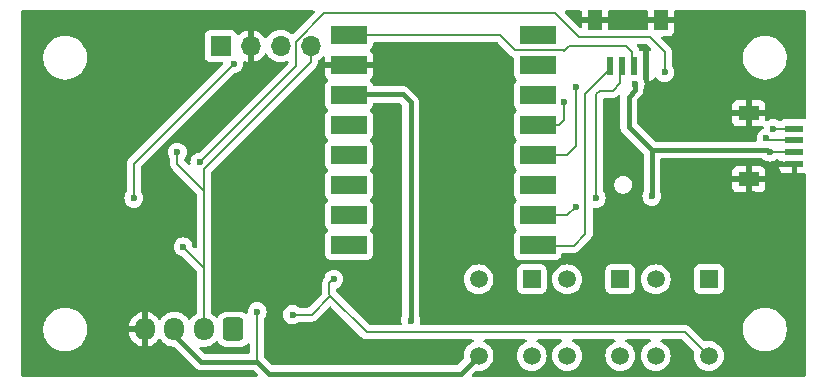
<source format=gbr>
%TF.GenerationSoftware,KiCad,Pcbnew,8.0.3*%
%TF.CreationDate,2024-10-26T21:30:25-07:00*%
%TF.ProjectId,oled_controller,6f6c6564-5f63-46f6-9e74-726f6c6c6572,rev?*%
%TF.SameCoordinates,Original*%
%TF.FileFunction,Copper,L2,Bot*%
%TF.FilePolarity,Positive*%
%FSLAX46Y46*%
G04 Gerber Fmt 4.6, Leading zero omitted, Abs format (unit mm)*
G04 Created by KiCad (PCBNEW 8.0.3) date 2024-10-26 21:30:25*
%MOMM*%
%LPD*%
G01*
G04 APERTURE LIST*
G04 Aperture macros list*
%AMRoundRect*
0 Rectangle with rounded corners*
0 $1 Rounding radius*
0 $2 $3 $4 $5 $6 $7 $8 $9 X,Y pos of 4 corners*
0 Add a 4 corners polygon primitive as box body*
4,1,4,$2,$3,$4,$5,$6,$7,$8,$9,$2,$3,0*
0 Add four circle primitives for the rounded corners*
1,1,$1+$1,$2,$3*
1,1,$1+$1,$4,$5*
1,1,$1+$1,$6,$7*
1,1,$1+$1,$8,$9*
0 Add four rect primitives between the rounded corners*
20,1,$1+$1,$2,$3,$4,$5,0*
20,1,$1+$1,$4,$5,$6,$7,0*
20,1,$1+$1,$6,$7,$8,$9,0*
20,1,$1+$1,$8,$9,$2,$3,0*%
G04 Aperture macros list end*
%TA.AperFunction,SMDPad,CuDef*%
%ADD10R,3.025000X1.524000*%
%TD*%
%TA.AperFunction,SMDPad,CuDef*%
%ADD11R,1.200000X1.800000*%
%TD*%
%TA.AperFunction,SMDPad,CuDef*%
%ADD12R,0.600000X1.550000*%
%TD*%
%TA.AperFunction,ComponentPad*%
%ADD13R,1.508000X1.508000*%
%TD*%
%TA.AperFunction,ComponentPad*%
%ADD14C,1.508000*%
%TD*%
%TA.AperFunction,ComponentPad*%
%ADD15R,1.700000X1.700000*%
%TD*%
%TA.AperFunction,ComponentPad*%
%ADD16O,1.700000X1.700000*%
%TD*%
%TA.AperFunction,ComponentPad*%
%ADD17RoundRect,0.250000X0.600000X0.725000X-0.600000X0.725000X-0.600000X-0.725000X0.600000X-0.725000X0*%
%TD*%
%TA.AperFunction,ComponentPad*%
%ADD18O,1.700000X1.950000*%
%TD*%
%TA.AperFunction,SMDPad,CuDef*%
%ADD19R,1.550000X0.600000*%
%TD*%
%TA.AperFunction,SMDPad,CuDef*%
%ADD20R,1.800000X1.200000*%
%TD*%
%TA.AperFunction,ViaPad*%
%ADD21C,0.600000*%
%TD*%
%TA.AperFunction,Conductor*%
%ADD22C,0.200000*%
%TD*%
%TA.AperFunction,Conductor*%
%ADD23C,0.400000*%
%TD*%
G04 APERTURE END LIST*
D10*
%TO.P,U3,0,GPIO0*%
%TO.N,unconnected-(U3-GPIO0-Pad0)*%
X78280000Y-70370000D03*
%TO.P,U3,1,GPIO1*%
%TO.N,unconnected-(U3-GPIO1-Pad1)*%
X78280000Y-67830000D03*
%TO.P,U3,2,GPIO2*%
%TO.N,unconnected-(U3-GPIO2-Pad2)*%
X78280000Y-65290000D03*
%TO.P,U3,3,GPIO3*%
%TO.N,unconnected-(U3-GPIO3-Pad3)*%
X78280000Y-62750000D03*
%TO.P,U3,4,GPIO4*%
%TO.N,unconnected-(U3-GPIO4-Pad4)*%
X78280000Y-60210000D03*
%TO.P,U3,3.3,3V3*%
%TO.N,+3V3*%
X78280000Y-57670000D03*
%TO.P,U3,G,GND*%
%TO.N,GND*%
X78280000Y-55130000D03*
%TO.P,U3,5V,5V*%
%TO.N,/+5V*%
X78280000Y-52590000D03*
%TO.P,U3,21,GPIO21*%
%TO.N,/TX*%
X94250000Y-70370000D03*
%TO.P,U3,20,GPIO20*%
%TO.N,/RX*%
X94250000Y-67830000D03*
%TO.P,U3,10,GPIO10*%
%TO.N,unconnected-(U3-GPIO10-Pad10)*%
X94250000Y-65290000D03*
%TO.P,U3,9,GPIO9*%
%TO.N,/SCL*%
X94250000Y-62750000D03*
%TO.P,U3,8,GPIO8*%
%TO.N,/SDA*%
X94250000Y-60210000D03*
%TO.P,U3,7,GPIO7*%
%TO.N,unconnected-(U3-GPIO7-Pad7)*%
X94250000Y-57670000D03*
%TO.P,U3,6,GPIO6*%
%TO.N,unconnected-(U3-GPIO6-Pad6)*%
X94250000Y-55130000D03*
%TO.P,U3,5,GPIO5*%
%TO.N,unconnected-(U3-GPIO5-Pad5)*%
X94250000Y-52590000D03*
%TD*%
D11*
%TO.P,J6,S2,SHIELD*%
%TO.N,GND*%
X104700000Y-51300000D03*
%TO.P,J6,S1,SHIELD*%
X99100000Y-51300000D03*
D12*
%TO.P,J6,1,1*%
%TO.N,/TX*%
X100400000Y-55175000D03*
%TO.P,J6,2,2*%
%TO.N,/RX*%
X101400000Y-55175000D03*
%TO.P,J6,3,3*%
%TO.N,/+5V*%
X102400000Y-55175000D03*
%TO.P,J6,4,4*%
%TO.N,GND*%
X103400000Y-55175000D03*
%TD*%
D13*
%TO.P,B1,1*%
%TO.N,unconnected-(B1-Pad1)*%
X93750000Y-73250000D03*
D14*
%TO.P,B1,2*%
%TO.N,/B1*%
X93750000Y-79750000D03*
%TO.P,B1,3*%
%TO.N,unconnected-(B1-Pad3)*%
X89250000Y-73250000D03*
%TO.P,B1,4*%
%TO.N,+3V3*%
X89250000Y-79750000D03*
%TD*%
D13*
%TO.P,B2,1*%
%TO.N,unconnected-(B2-Pad1)*%
X101250000Y-73250000D03*
D14*
%TO.P,B2,2*%
%TO.N,/B2*%
X101250000Y-79750000D03*
%TO.P,B2,3*%
%TO.N,unconnected-(B2-Pad3)*%
X96750000Y-73250000D03*
%TO.P,B2,4*%
%TO.N,+3V3*%
X96750000Y-79750000D03*
%TD*%
D15*
%TO.P,J7,1,Pin_1*%
%TO.N,+3V3*%
X67420000Y-53500000D03*
D16*
%TO.P,J7,2,Pin_2*%
%TO.N,GND*%
X69960000Y-53500000D03*
%TO.P,J7,3,Pin_3*%
%TO.N,/SCL*%
X72500000Y-53500000D03*
%TO.P,J7,4,Pin_4*%
%TO.N,/SDA*%
X75040000Y-53500000D03*
%TD*%
D13*
%TO.P,B3,1*%
%TO.N,unconnected-(B3-Pad1)*%
X108750000Y-73250000D03*
D14*
%TO.P,B3,2*%
%TO.N,/B3*%
X108750000Y-79750000D03*
%TO.P,B3,3*%
%TO.N,unconnected-(B3-Pad3)*%
X104250000Y-73250000D03*
%TO.P,B3,4*%
%TO.N,+3V3*%
X104250000Y-79750000D03*
%TD*%
D17*
%TO.P,J2,1,Pin_1*%
%TO.N,/SCL*%
X68500000Y-77500000D03*
D18*
%TO.P,J2,2,Pin_2*%
%TO.N,/SDA*%
X66000000Y-77500000D03*
%TO.P,J2,3,Pin_3*%
%TO.N,+3V3*%
X63500000Y-77500000D03*
%TO.P,J2,4,Pin_4*%
%TO.N,GND*%
X61000000Y-77500000D03*
%TD*%
D19*
%TO.P,J5,1,1*%
%TO.N,GND*%
X116000000Y-63500000D03*
%TO.P,J5,2,2*%
%TO.N,+3V3*%
X116000000Y-62500000D03*
%TO.P,J5,3,3*%
%TO.N,/SDA*%
X116000000Y-61500000D03*
%TO.P,J5,4,4*%
%TO.N,/SCL*%
X116000000Y-60500000D03*
D20*
%TO.P,J5,S1,SHIELD*%
%TO.N,GND*%
X112125000Y-64800000D03*
%TO.P,J5,S2,SHIELD*%
X112125000Y-59200000D03*
%TD*%
D21*
%TO.N,/RX*%
X99200000Y-66400000D03*
X97500000Y-67100000D03*
%TO.N,GND*%
X100250000Y-61750000D03*
X100600000Y-59400000D03*
X110000000Y-51500000D03*
X58250000Y-66250000D03*
X109500000Y-53500000D03*
X58500000Y-51500000D03*
X98500000Y-78750000D03*
X68000000Y-59250000D03*
X109000000Y-65000000D03*
X81500000Y-59000000D03*
X110000000Y-57000000D03*
X64500000Y-57500000D03*
X60900000Y-71500000D03*
X81500000Y-62000000D03*
X89500000Y-69750000D03*
X52500000Y-69500000D03*
X115500000Y-70000000D03*
X63250000Y-54000000D03*
X86900000Y-61900000D03*
X102000000Y-67250000D03*
X67500000Y-71500000D03*
X81500000Y-68000000D03*
X71500000Y-68250000D03*
X112500000Y-66000000D03*
X82500000Y-54500000D03*
X56500000Y-65500000D03*
X67000000Y-79000000D03*
X91000000Y-79000000D03*
X102750000Y-78750000D03*
X91500000Y-76000000D03*
X64500000Y-80500000D03*
X89250000Y-76750000D03*
X106500000Y-80500000D03*
X53000000Y-62000000D03*
X96500000Y-76500000D03*
X81500000Y-65000000D03*
X71500000Y-79000000D03*
X112000000Y-73500000D03*
X85250000Y-76750000D03*
X68000000Y-74000000D03*
X86250000Y-78750000D03*
X82250000Y-79500000D03*
X76000000Y-71750000D03*
X57000000Y-77000000D03*
X115800000Y-66000000D03*
X74500000Y-58500000D03*
X81000000Y-74000000D03*
X87000000Y-69000000D03*
X109000000Y-78000000D03*
X62500000Y-80500000D03*
X56750000Y-74250000D03*
X71000000Y-63500000D03*
X105000000Y-69000000D03*
X81300000Y-71200000D03*
X63500000Y-80500000D03*
X51500000Y-80500000D03*
X59500000Y-57750000D03*
X88000000Y-65000000D03*
X65000000Y-51500000D03*
X77164789Y-76838291D03*
%TO.N,+3V3*%
X103923600Y-66239700D03*
X83500000Y-76750000D03*
X70500000Y-76000000D03*
X113900000Y-62500000D03*
X102500000Y-56700000D03*
%TO.N,/SCL*%
X114200000Y-60500000D03*
X97500000Y-57000000D03*
%TO.N,/SDA*%
X63750000Y-62500000D03*
X113600000Y-61300000D03*
X64233206Y-70512459D03*
X96500000Y-58250000D03*
%TO.N,/B3*%
X73500000Y-76250000D03*
X77000000Y-73250000D03*
%TO.N,Net-(D1-GK)*%
X65653100Y-63326300D03*
X105000000Y-55750000D03*
%TO.N,Net-(D1-A)*%
X60064800Y-66406700D03*
X68536600Y-55004300D03*
%TD*%
D22*
%TO.N,/RX*%
X99200000Y-66400000D02*
X99200000Y-57600000D01*
X99200000Y-57600000D02*
X99500000Y-57300000D01*
X100600000Y-57300000D02*
X101250000Y-56650000D01*
X99500000Y-57300000D02*
X100600000Y-57300000D01*
X101250000Y-56650000D02*
X101250000Y-55000000D01*
%TO.N,/SDA*%
X116000000Y-61500000D02*
X113800000Y-61500000D01*
X113800000Y-61500000D02*
X113600000Y-61300000D01*
%TO.N,/SCL*%
X116000000Y-60500000D02*
X114200000Y-60500000D01*
D23*
%TO.N,+3V3*%
X113900000Y-62500000D02*
X113700000Y-62300000D01*
X113700000Y-62300000D02*
X103923600Y-62300000D01*
D22*
X113900000Y-62500000D02*
X116000000Y-62500000D01*
D23*
X102500000Y-56700000D02*
X102500000Y-57250000D01*
X102500000Y-57250000D02*
X101964900Y-57785100D01*
X101964900Y-57785100D02*
X101964900Y-60341300D01*
X101964900Y-60341300D02*
X103923600Y-62300000D01*
D22*
%TO.N,/RX*%
X96770000Y-67830000D02*
X97500000Y-67100000D01*
X94250000Y-67830000D02*
X96770000Y-67830000D01*
%TO.N,/TX*%
X98300000Y-69400000D02*
X97300000Y-70400000D01*
X100250000Y-55000000D02*
X100250000Y-55650000D01*
X98300000Y-57600000D02*
X98300000Y-69400000D01*
X100250000Y-55650000D02*
X98300000Y-57600000D01*
X97300000Y-70400000D02*
X94280000Y-70400000D01*
X94280000Y-70400000D02*
X94250000Y-70370000D01*
%TO.N,/+5V*%
X78280000Y-52590000D02*
X91090000Y-52590000D01*
X91090000Y-52590000D02*
X92375000Y-53875000D01*
X92375000Y-53875000D02*
X96575000Y-53875000D01*
X96950000Y-53500000D02*
X96575000Y-53875000D01*
X96575000Y-53875000D02*
X96500000Y-53950000D01*
X101750000Y-53500000D02*
X96950000Y-53500000D01*
X102250000Y-55000000D02*
X102250000Y-54000000D01*
X102250000Y-54000000D02*
X101750000Y-53500000D01*
%TO.N,/SDA*%
X96040000Y-60210000D02*
X96500000Y-59750000D01*
X94250000Y-60210000D02*
X96040000Y-60210000D01*
X96500000Y-59750000D02*
X96500000Y-58250000D01*
%TO.N,/SCL*%
X97500000Y-62000000D02*
X96750000Y-62750000D01*
X97500000Y-57000000D02*
X97500000Y-62000000D01*
X96750000Y-62750000D02*
X94250000Y-62750000D01*
D23*
%TO.N,/SDA*%
X94250000Y-60210000D02*
X95540000Y-60210000D01*
D22*
%TO.N,Net-(D1-GK)*%
X105000000Y-54000000D02*
X103750000Y-52750000D01*
X97750000Y-52750000D02*
X95750000Y-50750000D01*
X76149100Y-50750000D02*
X73770000Y-53129100D01*
X103750000Y-52750000D02*
X97750000Y-52750000D01*
X95750000Y-50750000D02*
X76149100Y-50750000D01*
X105000000Y-55750000D02*
X105000000Y-54000000D01*
X73770000Y-53129100D02*
X73770000Y-55209400D01*
X73770000Y-55209400D02*
X65653100Y-63326300D01*
%TO.N,GND*%
X116000000Y-63500000D02*
X116000000Y-64700000D01*
X116000000Y-64700000D02*
X115900000Y-64800000D01*
D23*
%TO.N,+3V3*%
X82864284Y-57614284D02*
X78750000Y-57614284D01*
X70500000Y-80250000D02*
X71500000Y-81250000D01*
X103923600Y-66239700D02*
X103923600Y-62300000D01*
X68000000Y-80250000D02*
X65750000Y-80250000D01*
D22*
X70500000Y-76000000D02*
X70500000Y-80250000D01*
D23*
X71500000Y-81250000D02*
X87750000Y-81250000D01*
X83500000Y-58250000D02*
X82864284Y-57614284D01*
X65750000Y-80250000D02*
X63500000Y-78000000D01*
X83500000Y-76750000D02*
X83500000Y-58250000D01*
X87750000Y-81250000D02*
X89250000Y-79750000D01*
X70500000Y-80250000D02*
X68000000Y-80250000D01*
X63500000Y-78000000D02*
X63500000Y-77500000D01*
X78750000Y-57614284D02*
X79864284Y-57614284D01*
D22*
%TO.N,/SDA*%
X66000000Y-77500000D02*
X66000000Y-63928000D01*
X66000000Y-77500000D02*
X66000000Y-72279253D01*
X63750000Y-63500000D02*
X66000000Y-65750000D01*
X66000000Y-63928000D02*
X75040000Y-54888000D01*
X66000000Y-65750000D02*
X66000000Y-63928000D01*
X75040000Y-53500000D02*
X75040000Y-54651700D01*
X75040000Y-54888000D02*
X75040000Y-54651700D01*
X66000000Y-72279253D02*
X64233206Y-70512459D01*
X63750000Y-62500000D02*
X63750000Y-63500000D01*
%TO.N,/B3*%
X76951800Y-73250000D02*
X77000000Y-73250000D01*
X76710400Y-74648300D02*
X79812100Y-77750000D01*
X77000000Y-73250000D02*
X77000000Y-73201800D01*
X76600900Y-73600900D02*
X76600900Y-74538800D01*
X106750000Y-77750000D02*
X108750000Y-79750000D01*
X76710400Y-74648300D02*
X75108700Y-76250000D01*
X76600900Y-73600900D02*
X76951800Y-73250000D01*
X79812100Y-77750000D02*
X106750000Y-77750000D01*
X77000000Y-73201800D02*
X77000000Y-73201800D01*
X75108700Y-76250000D02*
X73500000Y-76250000D01*
X76600900Y-74538800D02*
X76710400Y-74648300D01*
%TO.N,Net-(D1-A)*%
X68536600Y-55004300D02*
X60064800Y-63476100D01*
X60064800Y-63476100D02*
X60064800Y-66406700D01*
%TD*%
%TA.AperFunction,Conductor*%
%TO.N,GND*%
G36*
X75317042Y-50520185D02*
G01*
X75362797Y-50572989D01*
X75372741Y-50642147D01*
X75343716Y-50705703D01*
X75337685Y-50712179D01*
X74390334Y-51659530D01*
X73567561Y-52482303D01*
X73506238Y-52515788D01*
X73436546Y-52510804D01*
X73392199Y-52482303D01*
X73371402Y-52461506D01*
X73371395Y-52461501D01*
X73177834Y-52325967D01*
X73177830Y-52325965D01*
X73119579Y-52298802D01*
X72963663Y-52226097D01*
X72963659Y-52226096D01*
X72963655Y-52226094D01*
X72735413Y-52164938D01*
X72735403Y-52164936D01*
X72500001Y-52144341D01*
X72499999Y-52144341D01*
X72264596Y-52164936D01*
X72264586Y-52164938D01*
X72036344Y-52226094D01*
X72036337Y-52226096D01*
X72036337Y-52226097D01*
X72022816Y-52232401D01*
X71822171Y-52325964D01*
X71822169Y-52325965D01*
X71628597Y-52461505D01*
X71461508Y-52628594D01*
X71331269Y-52814595D01*
X71276692Y-52858219D01*
X71207193Y-52865412D01*
X71144839Y-52833890D01*
X71128119Y-52814594D01*
X70998113Y-52628926D01*
X70998108Y-52628920D01*
X70831082Y-52461894D01*
X70637578Y-52326399D01*
X70423492Y-52226570D01*
X70423486Y-52226567D01*
X70210000Y-52169364D01*
X70210000Y-53066988D01*
X70152993Y-53034075D01*
X70025826Y-53000000D01*
X69894174Y-53000000D01*
X69767007Y-53034075D01*
X69710000Y-53066988D01*
X69710000Y-52169364D01*
X69709999Y-52169364D01*
X69496513Y-52226567D01*
X69496507Y-52226570D01*
X69282422Y-52326399D01*
X69282420Y-52326400D01*
X69088926Y-52461886D01*
X68966865Y-52583947D01*
X68905542Y-52617431D01*
X68835850Y-52612447D01*
X68779917Y-52570575D01*
X68763002Y-52539598D01*
X68713797Y-52407671D01*
X68713793Y-52407664D01*
X68627547Y-52292455D01*
X68627544Y-52292452D01*
X68512335Y-52206206D01*
X68512328Y-52206202D01*
X68377482Y-52155908D01*
X68377483Y-52155908D01*
X68317883Y-52149501D01*
X68317881Y-52149500D01*
X68317873Y-52149500D01*
X68317864Y-52149500D01*
X66522129Y-52149500D01*
X66522123Y-52149501D01*
X66462516Y-52155908D01*
X66327671Y-52206202D01*
X66327664Y-52206206D01*
X66212455Y-52292452D01*
X66212452Y-52292455D01*
X66126206Y-52407664D01*
X66126202Y-52407671D01*
X66075908Y-52542517D01*
X66069501Y-52602116D01*
X66069500Y-52602135D01*
X66069500Y-54397870D01*
X66069501Y-54397876D01*
X66075908Y-54457483D01*
X66126202Y-54592328D01*
X66126206Y-54592335D01*
X66212452Y-54707544D01*
X66212455Y-54707547D01*
X66327664Y-54793793D01*
X66327671Y-54793797D01*
X66462517Y-54844091D01*
X66462516Y-54844091D01*
X66469444Y-54844835D01*
X66522127Y-54850500D01*
X67541802Y-54850499D01*
X67608841Y-54870183D01*
X67654596Y-54922987D01*
X67664540Y-54992146D01*
X67635515Y-55055702D01*
X67629483Y-55062180D01*
X59696086Y-62995578D01*
X59584281Y-63107382D01*
X59584279Y-63107385D01*
X59576889Y-63120185D01*
X59548428Y-63169482D01*
X59530865Y-63199902D01*
X59505523Y-63243796D01*
X59505223Y-63244315D01*
X59464299Y-63397043D01*
X59464299Y-63397045D01*
X59464299Y-63565146D01*
X59464300Y-63565159D01*
X59464300Y-65824287D01*
X59444615Y-65891326D01*
X59437250Y-65901596D01*
X59434986Y-65904434D01*
X59339011Y-66057176D01*
X59279431Y-66227445D01*
X59279430Y-66227450D01*
X59259235Y-66406696D01*
X59259235Y-66406703D01*
X59279430Y-66585949D01*
X59279431Y-66585954D01*
X59339011Y-66756223D01*
X59410198Y-66869515D01*
X59434984Y-66908962D01*
X59562538Y-67036516D01*
X59715278Y-67132489D01*
X59785358Y-67157011D01*
X59885545Y-67192068D01*
X59885550Y-67192069D01*
X60064796Y-67212265D01*
X60064800Y-67212265D01*
X60064804Y-67212265D01*
X60244049Y-67192069D01*
X60244052Y-67192068D01*
X60244055Y-67192068D01*
X60414322Y-67132489D01*
X60567062Y-67036516D01*
X60694616Y-66908962D01*
X60790589Y-66756222D01*
X60850168Y-66585955D01*
X60850924Y-66579249D01*
X60870365Y-66406703D01*
X60870365Y-66406696D01*
X60850169Y-66227450D01*
X60850168Y-66227445D01*
X60805532Y-66099883D01*
X60790589Y-66057178D01*
X60694616Y-65904438D01*
X60694614Y-65904436D01*
X60694613Y-65904434D01*
X60692350Y-65901596D01*
X60691459Y-65899415D01*
X60690911Y-65898542D01*
X60691064Y-65898445D01*
X60665944Y-65836909D01*
X60665300Y-65824287D01*
X60665300Y-63776196D01*
X60684985Y-63709157D01*
X60701614Y-63688520D01*
X68555135Y-55834998D01*
X68616456Y-55801515D01*
X68628911Y-55799463D01*
X68715855Y-55789668D01*
X68886122Y-55730089D01*
X69038862Y-55634116D01*
X69166416Y-55506562D01*
X69262389Y-55353822D01*
X69321968Y-55183555D01*
X69329153Y-55119785D01*
X69342165Y-55004303D01*
X69342165Y-55004297D01*
X69330844Y-54903824D01*
X69342898Y-54835002D01*
X69390247Y-54783623D01*
X69457857Y-54765998D01*
X69491178Y-54772403D01*
X69491279Y-54772030D01*
X69496462Y-54773418D01*
X69496489Y-54773424D01*
X69496509Y-54773431D01*
X69710000Y-54830634D01*
X69710000Y-53933012D01*
X69767007Y-53965925D01*
X69894174Y-54000000D01*
X70025826Y-54000000D01*
X70152993Y-53965925D01*
X70210000Y-53933012D01*
X70210000Y-54830633D01*
X70423483Y-54773433D01*
X70423492Y-54773429D01*
X70637578Y-54673600D01*
X70831082Y-54538105D01*
X70998105Y-54371082D01*
X71128119Y-54185405D01*
X71182696Y-54141781D01*
X71252195Y-54134588D01*
X71314549Y-54166110D01*
X71331269Y-54185405D01*
X71461505Y-54371401D01*
X71628599Y-54538495D01*
X71720350Y-54602740D01*
X71822165Y-54674032D01*
X71822167Y-54674033D01*
X71822170Y-54674035D01*
X72036337Y-54773903D01*
X72264592Y-54835063D01*
X72441034Y-54850500D01*
X72499999Y-54855659D01*
X72500000Y-54855659D01*
X72500001Y-54855659D01*
X72558966Y-54850500D01*
X72735408Y-54835063D01*
X72963663Y-54773903D01*
X72993097Y-54760177D01*
X73062171Y-54749686D01*
X73125956Y-54778205D01*
X73164196Y-54836681D01*
X73169500Y-54872560D01*
X73169500Y-54909302D01*
X73149815Y-54976341D01*
X73133181Y-54996983D01*
X65634565Y-62495598D01*
X65573242Y-62529083D01*
X65560768Y-62531137D01*
X65473850Y-62540930D01*
X65303578Y-62600510D01*
X65150837Y-62696484D01*
X65023284Y-62824037D01*
X64927311Y-62976776D01*
X64867731Y-63147045D01*
X64867730Y-63147050D01*
X64847535Y-63326296D01*
X64847535Y-63326304D01*
X64861442Y-63449741D01*
X64849387Y-63518563D01*
X64802038Y-63569942D01*
X64734427Y-63587566D01*
X64668022Y-63565839D01*
X64650541Y-63551305D01*
X64386819Y-63287583D01*
X64353334Y-63226260D01*
X64350500Y-63199902D01*
X64350500Y-63082412D01*
X64370185Y-63015373D01*
X64377555Y-63005097D01*
X64379810Y-63002267D01*
X64379816Y-63002262D01*
X64475789Y-62849522D01*
X64535368Y-62679255D01*
X64542590Y-62615161D01*
X64555565Y-62500003D01*
X64555565Y-62499996D01*
X64535369Y-62320750D01*
X64535368Y-62320745D01*
X64475788Y-62150476D01*
X64379815Y-61997737D01*
X64252262Y-61870184D01*
X64099523Y-61774211D01*
X63929254Y-61714631D01*
X63929249Y-61714630D01*
X63750004Y-61694435D01*
X63749996Y-61694435D01*
X63570750Y-61714630D01*
X63570745Y-61714631D01*
X63400476Y-61774211D01*
X63247737Y-61870184D01*
X63120184Y-61997737D01*
X63024211Y-62150476D01*
X62964631Y-62320745D01*
X62964630Y-62320750D01*
X62944435Y-62499996D01*
X62944435Y-62500003D01*
X62964630Y-62679249D01*
X62964631Y-62679254D01*
X63024211Y-62849523D01*
X63040085Y-62874786D01*
X63115985Y-62995580D01*
X63120185Y-63002263D01*
X63122445Y-63005097D01*
X63123334Y-63007275D01*
X63123889Y-63008158D01*
X63123734Y-63008255D01*
X63148855Y-63069783D01*
X63149500Y-63082412D01*
X63149500Y-63413330D01*
X63149499Y-63413348D01*
X63149499Y-63579054D01*
X63149498Y-63579054D01*
X63178829Y-63688515D01*
X63190423Y-63731785D01*
X63216064Y-63776196D01*
X63219358Y-63781900D01*
X63219359Y-63781904D01*
X63219360Y-63781904D01*
X63269479Y-63868714D01*
X63269481Y-63868717D01*
X63388349Y-63987585D01*
X63388355Y-63987590D01*
X65363181Y-65962416D01*
X65396666Y-66023739D01*
X65399500Y-66050097D01*
X65399500Y-70530156D01*
X65379815Y-70597195D01*
X65327011Y-70642950D01*
X65257853Y-70652894D01*
X65194297Y-70623869D01*
X65187819Y-70617837D01*
X65063906Y-70493924D01*
X65030421Y-70432601D01*
X65028369Y-70420145D01*
X65018574Y-70333204D01*
X64958995Y-70162937D01*
X64863022Y-70010197D01*
X64735468Y-69882643D01*
X64582729Y-69786670D01*
X64412460Y-69727090D01*
X64412455Y-69727089D01*
X64233210Y-69706894D01*
X64233202Y-69706894D01*
X64053956Y-69727089D01*
X64053951Y-69727090D01*
X63883682Y-69786670D01*
X63730943Y-69882643D01*
X63603390Y-70010196D01*
X63507417Y-70162935D01*
X63447837Y-70333204D01*
X63447836Y-70333209D01*
X63427641Y-70512455D01*
X63427641Y-70512462D01*
X63447836Y-70691708D01*
X63447837Y-70691713D01*
X63507417Y-70861982D01*
X63594454Y-71000500D01*
X63603390Y-71014721D01*
X63730944Y-71142275D01*
X63883684Y-71238248D01*
X64053951Y-71297827D01*
X64140875Y-71307620D01*
X64205286Y-71334685D01*
X64214671Y-71343159D01*
X65363181Y-72491669D01*
X65396666Y-72552992D01*
X65399500Y-72579350D01*
X65399500Y-76089281D01*
X65379815Y-76156320D01*
X65331795Y-76199765D01*
X65292185Y-76219947D01*
X65292184Y-76219948D01*
X65120213Y-76344890D01*
X64969894Y-76495209D01*
X64969890Y-76495214D01*
X64850318Y-76659793D01*
X64794989Y-76702459D01*
X64725375Y-76708438D01*
X64663580Y-76675833D01*
X64649682Y-76659793D01*
X64530109Y-76495214D01*
X64530105Y-76495209D01*
X64379786Y-76344890D01*
X64207820Y-76219951D01*
X64018414Y-76123444D01*
X64018413Y-76123443D01*
X64018412Y-76123443D01*
X63816243Y-76057754D01*
X63816241Y-76057753D01*
X63816240Y-76057753D01*
X63654957Y-76032208D01*
X63606287Y-76024500D01*
X63393713Y-76024500D01*
X63345042Y-76032208D01*
X63183760Y-76057753D01*
X62981585Y-76123444D01*
X62792179Y-76219951D01*
X62620213Y-76344890D01*
X62469894Y-76495209D01*
X62469890Y-76495214D01*
X62350008Y-76660218D01*
X62294678Y-76702884D01*
X62225065Y-76708863D01*
X62163270Y-76676257D01*
X62149372Y-76660218D01*
X62029727Y-76495540D01*
X62029723Y-76495535D01*
X61879464Y-76345276D01*
X61879459Y-76345272D01*
X61707557Y-76220379D01*
X61518215Y-76123903D01*
X61316124Y-76058241D01*
X61250000Y-76047768D01*
X61250000Y-77095854D01*
X61183343Y-77057370D01*
X61062535Y-77025000D01*
X60937465Y-77025000D01*
X60816657Y-77057370D01*
X60750000Y-77095854D01*
X60750000Y-76047768D01*
X60749999Y-76047768D01*
X60683875Y-76058241D01*
X60481784Y-76123903D01*
X60292442Y-76220379D01*
X60120540Y-76345272D01*
X60120535Y-76345276D01*
X59970276Y-76495535D01*
X59970272Y-76495540D01*
X59845379Y-76667442D01*
X59748904Y-76856782D01*
X59683242Y-77058869D01*
X59683242Y-77058872D01*
X59652970Y-77250000D01*
X60595854Y-77250000D01*
X60557370Y-77316657D01*
X60525000Y-77437465D01*
X60525000Y-77562535D01*
X60557370Y-77683343D01*
X60595854Y-77750000D01*
X59652970Y-77750000D01*
X59683242Y-77941127D01*
X59683242Y-77941130D01*
X59748904Y-78143217D01*
X59845379Y-78332557D01*
X59970272Y-78504459D01*
X59970276Y-78504464D01*
X60120535Y-78654723D01*
X60120540Y-78654727D01*
X60292442Y-78779620D01*
X60481782Y-78876095D01*
X60683871Y-78941757D01*
X60750000Y-78952231D01*
X60750000Y-77904145D01*
X60816657Y-77942630D01*
X60937465Y-77975000D01*
X61062535Y-77975000D01*
X61183343Y-77942630D01*
X61250000Y-77904145D01*
X61250000Y-78952230D01*
X61316126Y-78941757D01*
X61316129Y-78941757D01*
X61518217Y-78876095D01*
X61707557Y-78779620D01*
X61879459Y-78654727D01*
X61879464Y-78654723D01*
X62029721Y-78504466D01*
X62149371Y-78339781D01*
X62204701Y-78297115D01*
X62274314Y-78291136D01*
X62336110Y-78323741D01*
X62350008Y-78339781D01*
X62469890Y-78504785D01*
X62469894Y-78504790D01*
X62620213Y-78655109D01*
X62792179Y-78780048D01*
X62792181Y-78780049D01*
X62792184Y-78780051D01*
X62981588Y-78876557D01*
X63183757Y-78942246D01*
X63393713Y-78975500D01*
X63433481Y-78975500D01*
X63500520Y-78995185D01*
X63521162Y-79011819D01*
X65303453Y-80794111D01*
X65303454Y-80794112D01*
X65418192Y-80870777D01*
X65545667Y-80923578D01*
X65545672Y-80923580D01*
X65545676Y-80923580D01*
X65545677Y-80923581D01*
X65681004Y-80950500D01*
X65681007Y-80950500D01*
X65818994Y-80950500D01*
X67931007Y-80950500D01*
X70158481Y-80950500D01*
X70225520Y-80970185D01*
X70246162Y-80986819D01*
X70547162Y-81287819D01*
X70580647Y-81349142D01*
X70575663Y-81418834D01*
X70533791Y-81474767D01*
X70468327Y-81499184D01*
X70459481Y-81499500D01*
X50624500Y-81499500D01*
X50557461Y-81479815D01*
X50511706Y-81427011D01*
X50500500Y-81375500D01*
X50500500Y-77378711D01*
X52399500Y-77378711D01*
X52399500Y-77621288D01*
X52431161Y-77861785D01*
X52493947Y-78096104D01*
X52568052Y-78275008D01*
X52586776Y-78320212D01*
X52708064Y-78530289D01*
X52708066Y-78530292D01*
X52708067Y-78530293D01*
X52855733Y-78722736D01*
X52855739Y-78722743D01*
X53027256Y-78894260D01*
X53027263Y-78894266D01*
X53133127Y-78975498D01*
X53219711Y-79041936D01*
X53429788Y-79163224D01*
X53653900Y-79256054D01*
X53888211Y-79318838D01*
X54068586Y-79342584D01*
X54128711Y-79350500D01*
X54128712Y-79350500D01*
X54371289Y-79350500D01*
X54419388Y-79344167D01*
X54611789Y-79318838D01*
X54846100Y-79256054D01*
X55070212Y-79163224D01*
X55280289Y-79041936D01*
X55472738Y-78894265D01*
X55644265Y-78722738D01*
X55791936Y-78530289D01*
X55913224Y-78320212D01*
X56006054Y-78096100D01*
X56068838Y-77861789D01*
X56100500Y-77621288D01*
X56100500Y-77378712D01*
X56068838Y-77138211D01*
X56006054Y-76903900D01*
X55913224Y-76679788D01*
X55791936Y-76469711D01*
X55731018Y-76390321D01*
X55644266Y-76277263D01*
X55644260Y-76277256D01*
X55472743Y-76105739D01*
X55472736Y-76105733D01*
X55280293Y-75958067D01*
X55280292Y-75958066D01*
X55280289Y-75958064D01*
X55070212Y-75836776D01*
X55031510Y-75820745D01*
X54846104Y-75743947D01*
X54611785Y-75681161D01*
X54371289Y-75649500D01*
X54371288Y-75649500D01*
X54128712Y-75649500D01*
X54128711Y-75649500D01*
X53888214Y-75681161D01*
X53653895Y-75743947D01*
X53429794Y-75836773D01*
X53429785Y-75836777D01*
X53219706Y-75958067D01*
X53027263Y-76105733D01*
X53027256Y-76105739D01*
X52855739Y-76277256D01*
X52855733Y-76277263D01*
X52708067Y-76469706D01*
X52586777Y-76679785D01*
X52586773Y-76679794D01*
X52493947Y-76903895D01*
X52431161Y-77138214D01*
X52399500Y-77378711D01*
X50500500Y-77378711D01*
X50500500Y-54378711D01*
X52399500Y-54378711D01*
X52399500Y-54621288D01*
X52431161Y-54861785D01*
X52493947Y-55096104D01*
X52586773Y-55320205D01*
X52586776Y-55320212D01*
X52708064Y-55530289D01*
X52708066Y-55530292D01*
X52708067Y-55530293D01*
X52855733Y-55722736D01*
X52855739Y-55722743D01*
X53027256Y-55894260D01*
X53027263Y-55894266D01*
X53086713Y-55939883D01*
X53219711Y-56041936D01*
X53429788Y-56163224D01*
X53625269Y-56244195D01*
X53637321Y-56249187D01*
X53653900Y-56256054D01*
X53888211Y-56318838D01*
X54068586Y-56342584D01*
X54128711Y-56350500D01*
X54128712Y-56350500D01*
X54371289Y-56350500D01*
X54419388Y-56344167D01*
X54611789Y-56318838D01*
X54846100Y-56256054D01*
X55070212Y-56163224D01*
X55280289Y-56041936D01*
X55472738Y-55894265D01*
X55644265Y-55722738D01*
X55791936Y-55530289D01*
X55913224Y-55320212D01*
X56006054Y-55096100D01*
X56068838Y-54861789D01*
X56100500Y-54621288D01*
X56100500Y-54378712D01*
X56099943Y-54374484D01*
X56089152Y-54292514D01*
X56068838Y-54138211D01*
X56006054Y-53903900D01*
X56004313Y-53899698D01*
X55973024Y-53824158D01*
X55913224Y-53679788D01*
X55791936Y-53469711D01*
X55644265Y-53277262D01*
X55644260Y-53277256D01*
X55472743Y-53105739D01*
X55472736Y-53105733D01*
X55280293Y-52958067D01*
X55280292Y-52958066D01*
X55280289Y-52958064D01*
X55070212Y-52836776D01*
X55063245Y-52833890D01*
X54846104Y-52743947D01*
X54611785Y-52681161D01*
X54371289Y-52649500D01*
X54371288Y-52649500D01*
X54128712Y-52649500D01*
X54128711Y-52649500D01*
X53888214Y-52681161D01*
X53653895Y-52743947D01*
X53429794Y-52836773D01*
X53429785Y-52836777D01*
X53219706Y-52958067D01*
X53027263Y-53105733D01*
X53027256Y-53105739D01*
X52855739Y-53277256D01*
X52855733Y-53277263D01*
X52708067Y-53469706D01*
X52586777Y-53679785D01*
X52586773Y-53679794D01*
X52493947Y-53903895D01*
X52431161Y-54138214D01*
X52399500Y-54378711D01*
X50500500Y-54378711D01*
X50500500Y-50624500D01*
X50520185Y-50557461D01*
X50572989Y-50511706D01*
X50624500Y-50500500D01*
X75250003Y-50500500D01*
X75317042Y-50520185D01*
G37*
%TD.AperFunction*%
%TA.AperFunction,Conductor*%
G36*
X90856942Y-53210185D02*
G01*
X90877584Y-53226819D01*
X91890139Y-54239374D01*
X91890149Y-54239385D01*
X91894479Y-54243715D01*
X91894480Y-54243716D01*
X92006284Y-54355520D01*
X92006286Y-54355521D01*
X92006290Y-54355524D01*
X92143209Y-54434573D01*
X92143210Y-54434574D01*
X92143211Y-54434574D01*
X92143216Y-54434577D01*
X92145090Y-54435079D01*
X92146493Y-54435934D01*
X92150723Y-54437686D01*
X92150449Y-54438345D01*
X92204749Y-54471439D01*
X92235282Y-54534284D01*
X92237000Y-54554854D01*
X92237000Y-55939870D01*
X92237001Y-55939876D01*
X92243408Y-55999483D01*
X92293702Y-56134328D01*
X92293706Y-56134335D01*
X92379952Y-56249544D01*
X92379953Y-56249544D01*
X92379954Y-56249546D01*
X92388645Y-56256052D01*
X92448332Y-56300734D01*
X92490202Y-56356668D01*
X92495186Y-56426360D01*
X92461700Y-56487682D01*
X92448332Y-56499266D01*
X92379952Y-56550455D01*
X92293706Y-56665664D01*
X92293702Y-56665671D01*
X92243408Y-56800517D01*
X92237001Y-56860116D01*
X92237001Y-56860123D01*
X92237000Y-56860135D01*
X92237000Y-58479870D01*
X92237001Y-58479876D01*
X92243408Y-58539483D01*
X92293702Y-58674328D01*
X92293706Y-58674335D01*
X92379952Y-58789544D01*
X92379953Y-58789544D01*
X92379954Y-58789546D01*
X92428947Y-58826222D01*
X92448332Y-58840734D01*
X92490202Y-58896668D01*
X92495186Y-58966360D01*
X92461700Y-59027682D01*
X92448332Y-59039266D01*
X92379952Y-59090455D01*
X92293706Y-59205664D01*
X92293702Y-59205671D01*
X92243408Y-59340517D01*
X92237001Y-59400116D01*
X92237001Y-59400123D01*
X92237000Y-59400135D01*
X92237000Y-61019870D01*
X92237001Y-61019876D01*
X92243408Y-61079483D01*
X92293702Y-61214328D01*
X92293706Y-61214335D01*
X92379952Y-61329544D01*
X92379953Y-61329544D01*
X92379954Y-61329546D01*
X92428947Y-61366222D01*
X92448332Y-61380734D01*
X92490202Y-61436668D01*
X92495186Y-61506360D01*
X92461700Y-61567682D01*
X92448332Y-61579266D01*
X92379952Y-61630455D01*
X92293706Y-61745664D01*
X92293702Y-61745671D01*
X92243408Y-61880517D01*
X92237001Y-61940116D01*
X92237001Y-61940123D01*
X92237000Y-61940135D01*
X92237000Y-63559870D01*
X92237001Y-63559876D01*
X92243408Y-63619483D01*
X92293702Y-63754328D01*
X92293706Y-63754335D01*
X92379952Y-63869544D01*
X92379953Y-63869544D01*
X92379954Y-63869546D01*
X92428947Y-63906222D01*
X92448332Y-63920734D01*
X92490202Y-63976668D01*
X92495186Y-64046360D01*
X92461700Y-64107682D01*
X92448332Y-64119266D01*
X92379952Y-64170455D01*
X92293706Y-64285664D01*
X92293702Y-64285671D01*
X92243408Y-64420517D01*
X92237001Y-64480116D01*
X92237001Y-64480123D01*
X92237000Y-64480135D01*
X92237000Y-66099870D01*
X92237001Y-66099876D01*
X92243408Y-66159483D01*
X92293702Y-66294328D01*
X92293706Y-66294335D01*
X92379952Y-66409544D01*
X92379953Y-66409544D01*
X92379954Y-66409546D01*
X92392523Y-66418955D01*
X92448332Y-66460734D01*
X92490202Y-66516668D01*
X92495186Y-66586360D01*
X92461700Y-66647682D01*
X92448332Y-66659266D01*
X92379952Y-66710455D01*
X92293706Y-66825664D01*
X92293702Y-66825671D01*
X92243408Y-66960517D01*
X92237001Y-67020116D01*
X92237001Y-67020123D01*
X92237000Y-67020135D01*
X92237000Y-68639870D01*
X92237001Y-68639876D01*
X92243408Y-68699483D01*
X92293702Y-68834328D01*
X92293706Y-68834335D01*
X92379952Y-68949544D01*
X92379953Y-68949544D01*
X92379954Y-68949546D01*
X92428947Y-68986222D01*
X92448332Y-69000734D01*
X92490202Y-69056668D01*
X92495186Y-69126360D01*
X92461700Y-69187682D01*
X92448332Y-69199266D01*
X92379952Y-69250455D01*
X92293706Y-69365664D01*
X92293702Y-69365671D01*
X92243408Y-69500517D01*
X92237001Y-69560116D01*
X92237001Y-69560123D01*
X92237000Y-69560135D01*
X92237000Y-71179870D01*
X92237001Y-71179876D01*
X92243408Y-71239483D01*
X92293702Y-71374328D01*
X92293706Y-71374335D01*
X92379952Y-71489544D01*
X92379955Y-71489547D01*
X92495164Y-71575793D01*
X92495171Y-71575797D01*
X92630017Y-71626091D01*
X92630016Y-71626091D01*
X92636944Y-71626835D01*
X92689627Y-71632500D01*
X95810372Y-71632499D01*
X95869983Y-71626091D01*
X96004831Y-71575796D01*
X96120046Y-71489546D01*
X96206296Y-71374331D01*
X96256591Y-71239483D01*
X96263000Y-71179873D01*
X96263000Y-71124500D01*
X96282685Y-71057461D01*
X96335489Y-71011706D01*
X96387000Y-71000500D01*
X97213331Y-71000500D01*
X97213347Y-71000501D01*
X97220943Y-71000501D01*
X97379054Y-71000501D01*
X97379057Y-71000501D01*
X97531785Y-70959577D01*
X97581904Y-70930639D01*
X97668716Y-70880520D01*
X97780520Y-70768716D01*
X97780520Y-70768714D01*
X97790728Y-70758507D01*
X97790729Y-70758504D01*
X98780520Y-69768716D01*
X98859577Y-69631784D01*
X98900501Y-69479057D01*
X98900501Y-69320942D01*
X98900501Y-69313347D01*
X98900500Y-69313329D01*
X98900500Y-67310576D01*
X98920185Y-67243537D01*
X98972989Y-67197782D01*
X99038383Y-67187356D01*
X99199996Y-67205565D01*
X99200000Y-67205565D01*
X99200004Y-67205565D01*
X99379249Y-67185369D01*
X99379252Y-67185368D01*
X99379255Y-67185368D01*
X99549522Y-67125789D01*
X99702262Y-67029816D01*
X99829816Y-66902262D01*
X99925789Y-66749522D01*
X99985368Y-66579255D01*
X99985369Y-66579249D01*
X100005565Y-66400003D01*
X100005565Y-66399996D01*
X99985369Y-66220750D01*
X99985368Y-66220745D01*
X99970465Y-66178156D01*
X99925789Y-66050478D01*
X99829816Y-65897738D01*
X99829814Y-65897736D01*
X99829813Y-65897734D01*
X99827550Y-65894896D01*
X99826659Y-65892715D01*
X99826111Y-65891842D01*
X99826264Y-65891745D01*
X99801144Y-65830209D01*
X99800500Y-65817587D01*
X99800500Y-65323920D01*
X100749499Y-65323920D01*
X100778340Y-65468907D01*
X100778343Y-65468917D01*
X100834912Y-65605488D01*
X100834919Y-65605501D01*
X100917048Y-65728415D01*
X100917051Y-65728419D01*
X101021580Y-65832948D01*
X101021584Y-65832951D01*
X101144498Y-65915080D01*
X101144511Y-65915087D01*
X101281082Y-65971656D01*
X101281087Y-65971658D01*
X101281091Y-65971658D01*
X101281092Y-65971659D01*
X101426079Y-66000500D01*
X101426082Y-66000500D01*
X101573920Y-66000500D01*
X101671462Y-65981096D01*
X101718913Y-65971658D01*
X101855495Y-65915084D01*
X101978416Y-65832951D01*
X102082951Y-65728416D01*
X102165084Y-65605495D01*
X102221658Y-65468913D01*
X102231096Y-65421462D01*
X102250500Y-65323920D01*
X102250500Y-65176079D01*
X102221659Y-65031092D01*
X102221658Y-65031091D01*
X102221658Y-65031087D01*
X102199500Y-64977592D01*
X102165087Y-64894511D01*
X102165080Y-64894498D01*
X102082951Y-64771584D01*
X102082948Y-64771580D01*
X101978419Y-64667051D01*
X101978415Y-64667048D01*
X101855501Y-64584919D01*
X101855488Y-64584912D01*
X101718917Y-64528343D01*
X101718907Y-64528340D01*
X101573920Y-64499500D01*
X101573918Y-64499500D01*
X101426082Y-64499500D01*
X101426080Y-64499500D01*
X101281092Y-64528340D01*
X101281082Y-64528343D01*
X101144511Y-64584912D01*
X101144498Y-64584919D01*
X101021584Y-64667048D01*
X101021580Y-64667051D01*
X100917051Y-64771580D01*
X100917048Y-64771584D01*
X100834919Y-64894498D01*
X100834912Y-64894511D01*
X100778343Y-65031082D01*
X100778340Y-65031092D01*
X100749500Y-65176079D01*
X100749500Y-65176082D01*
X100749500Y-65323918D01*
X100749500Y-65323920D01*
X100749499Y-65323920D01*
X99800500Y-65323920D01*
X99800500Y-58024500D01*
X99820185Y-57957461D01*
X99872989Y-57911706D01*
X99924500Y-57900500D01*
X100513331Y-57900500D01*
X100513347Y-57900501D01*
X100520943Y-57900501D01*
X100679054Y-57900501D01*
X100679057Y-57900501D01*
X100831785Y-57859577D01*
X100925336Y-57805565D01*
X100968716Y-57780520D01*
X101052719Y-57696517D01*
X101114042Y-57663032D01*
X101183734Y-57668016D01*
X101239667Y-57709888D01*
X101264084Y-57775352D01*
X101264400Y-57784198D01*
X101264400Y-60272306D01*
X101264400Y-60410294D01*
X101264400Y-60410296D01*
X101264399Y-60410296D01*
X101291318Y-60545622D01*
X101291321Y-60545632D01*
X101344122Y-60673107D01*
X101420787Y-60787845D01*
X101420788Y-60787846D01*
X103186781Y-62553838D01*
X103220266Y-62615161D01*
X103223100Y-62641519D01*
X103223100Y-65814207D01*
X103204094Y-65880178D01*
X103197809Y-65890179D01*
X103138233Y-66060437D01*
X103138230Y-66060450D01*
X103118035Y-66239696D01*
X103118035Y-66239703D01*
X103138230Y-66418949D01*
X103138231Y-66418954D01*
X103197811Y-66589223D01*
X103241823Y-66659267D01*
X103293784Y-66741962D01*
X103421338Y-66869516D01*
X103473453Y-66902262D01*
X103566163Y-66960516D01*
X103574078Y-66965489D01*
X103730227Y-67020128D01*
X103744345Y-67025068D01*
X103744350Y-67025069D01*
X103923596Y-67045265D01*
X103923600Y-67045265D01*
X103923604Y-67045265D01*
X104102849Y-67025069D01*
X104102852Y-67025068D01*
X104102855Y-67025068D01*
X104273122Y-66965489D01*
X104425862Y-66869516D01*
X104553416Y-66741962D01*
X104649389Y-66589222D01*
X104708968Y-66418955D01*
X104710028Y-66409546D01*
X104729165Y-66239703D01*
X104729165Y-66239696D01*
X104708969Y-66060450D01*
X104708966Y-66060437D01*
X104649390Y-65890179D01*
X104643106Y-65880178D01*
X104624100Y-65814207D01*
X104624100Y-65447844D01*
X110725000Y-65447844D01*
X110731401Y-65507372D01*
X110731403Y-65507379D01*
X110781645Y-65642086D01*
X110781649Y-65642093D01*
X110867809Y-65757187D01*
X110867812Y-65757190D01*
X110982906Y-65843350D01*
X110982913Y-65843354D01*
X111117620Y-65893596D01*
X111117627Y-65893598D01*
X111177155Y-65899999D01*
X111177172Y-65900000D01*
X111875000Y-65900000D01*
X112375000Y-65900000D01*
X113072828Y-65900000D01*
X113072844Y-65899999D01*
X113132372Y-65893598D01*
X113132379Y-65893596D01*
X113267086Y-65843354D01*
X113267093Y-65843350D01*
X113382187Y-65757190D01*
X113382190Y-65757187D01*
X113468350Y-65642093D01*
X113468354Y-65642086D01*
X113518596Y-65507379D01*
X113518598Y-65507372D01*
X113524999Y-65447844D01*
X113525000Y-65447827D01*
X113525000Y-65050000D01*
X112375000Y-65050000D01*
X112375000Y-65900000D01*
X111875000Y-65900000D01*
X111875000Y-65050000D01*
X110725000Y-65050000D01*
X110725000Y-65447844D01*
X104624100Y-65447844D01*
X104624100Y-64152155D01*
X110725000Y-64152155D01*
X110725000Y-64550000D01*
X111875000Y-64550000D01*
X112375000Y-64550000D01*
X113525000Y-64550000D01*
X113525000Y-64152172D01*
X113524999Y-64152155D01*
X113518598Y-64092627D01*
X113518596Y-64092620D01*
X113468354Y-63957913D01*
X113468350Y-63957906D01*
X113385957Y-63847844D01*
X114725000Y-63847844D01*
X114731401Y-63907372D01*
X114731403Y-63907379D01*
X114781645Y-64042086D01*
X114781649Y-64042093D01*
X114867809Y-64157187D01*
X114867812Y-64157190D01*
X114982906Y-64243350D01*
X114982913Y-64243354D01*
X115117620Y-64293596D01*
X115117627Y-64293598D01*
X115177155Y-64299999D01*
X115177172Y-64300000D01*
X115750000Y-64300000D01*
X115750000Y-63750000D01*
X114725000Y-63750000D01*
X114725000Y-63847844D01*
X113385957Y-63847844D01*
X113382190Y-63842812D01*
X113382187Y-63842809D01*
X113267093Y-63756649D01*
X113267086Y-63756645D01*
X113132379Y-63706403D01*
X113132372Y-63706401D01*
X113072844Y-63700000D01*
X112375000Y-63700000D01*
X112375000Y-64550000D01*
X111875000Y-64550000D01*
X111875000Y-63700000D01*
X111177155Y-63700000D01*
X111117627Y-63706401D01*
X111117620Y-63706403D01*
X110982913Y-63756645D01*
X110982906Y-63756649D01*
X110867812Y-63842809D01*
X110867809Y-63842812D01*
X110781649Y-63957906D01*
X110781645Y-63957913D01*
X110731403Y-64092620D01*
X110731401Y-64092627D01*
X110725000Y-64152155D01*
X104624100Y-64152155D01*
X104624100Y-63124500D01*
X104643785Y-63057461D01*
X104696589Y-63011706D01*
X104748100Y-63000500D01*
X113217059Y-63000500D01*
X113284098Y-63020185D01*
X113304740Y-63036818D01*
X113397738Y-63129816D01*
X113506177Y-63197953D01*
X113548426Y-63224500D01*
X113550478Y-63225789D01*
X113642012Y-63257818D01*
X113720745Y-63285368D01*
X113720750Y-63285369D01*
X113899996Y-63305565D01*
X113900000Y-63305565D01*
X113900004Y-63305565D01*
X114079249Y-63285369D01*
X114079252Y-63285368D01*
X114079255Y-63285368D01*
X114249522Y-63225789D01*
X114402262Y-63129816D01*
X114402267Y-63129810D01*
X114405097Y-63127555D01*
X114407275Y-63126665D01*
X114408158Y-63126111D01*
X114408255Y-63126265D01*
X114469783Y-63101145D01*
X114482412Y-63100500D01*
X114601000Y-63100500D01*
X114668039Y-63120185D01*
X114713794Y-63172989D01*
X114725000Y-63224500D01*
X114725000Y-63250000D01*
X114976931Y-63250000D01*
X115020264Y-63257818D01*
X115117517Y-63294091D01*
X115117516Y-63294091D01*
X115124444Y-63294835D01*
X115177127Y-63300500D01*
X116126001Y-63300499D01*
X116193039Y-63320183D01*
X116238794Y-63372987D01*
X116250000Y-63424499D01*
X116250000Y-64300000D01*
X116822828Y-64300000D01*
X116822837Y-64299999D01*
X116862241Y-64295762D01*
X116931001Y-64308165D01*
X116982140Y-64355774D01*
X116999500Y-64419051D01*
X116999500Y-81375500D01*
X116979815Y-81442539D01*
X116927011Y-81488294D01*
X116875500Y-81499500D01*
X88790518Y-81499500D01*
X88723479Y-81479815D01*
X88677724Y-81427011D01*
X88667780Y-81357853D01*
X88696805Y-81294297D01*
X88702820Y-81287836D01*
X88962091Y-81028563D01*
X89023410Y-80995081D01*
X89060569Y-80992719D01*
X89235614Y-81008033D01*
X89249999Y-81009292D01*
X89250000Y-81009292D01*
X89250002Y-81009292D01*
X89304668Y-81004509D01*
X89468674Y-80990161D01*
X89680703Y-80933347D01*
X89879646Y-80840579D01*
X90059457Y-80714674D01*
X90214674Y-80559457D01*
X90340579Y-80379646D01*
X90433347Y-80180703D01*
X90490161Y-79968674D01*
X90509292Y-79750000D01*
X90490161Y-79531326D01*
X90433347Y-79319297D01*
X90340579Y-79120354D01*
X90340577Y-79120351D01*
X90340576Y-79120349D01*
X90214677Y-78940547D01*
X90214672Y-78940541D01*
X90059458Y-78785327D01*
X90059452Y-78785322D01*
X89879650Y-78659423D01*
X89879642Y-78659419D01*
X89724085Y-78586882D01*
X89671645Y-78540710D01*
X89652493Y-78473517D01*
X89672709Y-78406635D01*
X89725874Y-78361301D01*
X89776489Y-78350500D01*
X93223511Y-78350500D01*
X93290550Y-78370185D01*
X93336305Y-78422989D01*
X93346249Y-78492147D01*
X93317224Y-78555703D01*
X93275915Y-78586882D01*
X93120357Y-78659419D01*
X93120349Y-78659423D01*
X92940547Y-78785322D01*
X92940541Y-78785327D01*
X92785327Y-78940541D01*
X92785322Y-78940547D01*
X92659423Y-79120349D01*
X92659419Y-79120357D01*
X92566655Y-79319291D01*
X92566653Y-79319295D01*
X92566653Y-79319297D01*
X92558292Y-79350500D01*
X92509839Y-79531324D01*
X92509838Y-79531331D01*
X92490708Y-79749997D01*
X92490708Y-79750002D01*
X92507279Y-79939422D01*
X92509839Y-79968674D01*
X92566653Y-80180703D01*
X92566654Y-80180706D01*
X92566655Y-80180708D01*
X92659419Y-80379642D01*
X92659423Y-80379650D01*
X92785322Y-80559452D01*
X92785327Y-80559458D01*
X92940541Y-80714672D01*
X92940547Y-80714677D01*
X93120349Y-80840576D01*
X93120351Y-80840577D01*
X93120354Y-80840579D01*
X93319297Y-80933347D01*
X93531326Y-80990161D01*
X93687521Y-81003826D01*
X93749998Y-81009292D01*
X93750000Y-81009292D01*
X93750002Y-81009292D01*
X93804668Y-81004509D01*
X93968674Y-80990161D01*
X94180703Y-80933347D01*
X94379646Y-80840579D01*
X94559457Y-80714674D01*
X94714674Y-80559457D01*
X94840579Y-80379646D01*
X94933347Y-80180703D01*
X94990161Y-79968674D01*
X95009292Y-79750000D01*
X94990161Y-79531326D01*
X94933347Y-79319297D01*
X94840579Y-79120354D01*
X94840577Y-79120351D01*
X94840576Y-79120349D01*
X94714677Y-78940547D01*
X94714672Y-78940541D01*
X94559458Y-78785327D01*
X94559452Y-78785322D01*
X94379650Y-78659423D01*
X94379642Y-78659419D01*
X94224085Y-78586882D01*
X94171645Y-78540710D01*
X94152493Y-78473517D01*
X94172709Y-78406635D01*
X94225874Y-78361301D01*
X94276489Y-78350500D01*
X96223511Y-78350500D01*
X96290550Y-78370185D01*
X96336305Y-78422989D01*
X96346249Y-78492147D01*
X96317224Y-78555703D01*
X96275915Y-78586882D01*
X96120357Y-78659419D01*
X96120349Y-78659423D01*
X95940547Y-78785322D01*
X95940541Y-78785327D01*
X95785327Y-78940541D01*
X95785322Y-78940547D01*
X95659423Y-79120349D01*
X95659419Y-79120357D01*
X95566655Y-79319291D01*
X95566653Y-79319295D01*
X95566653Y-79319297D01*
X95558292Y-79350500D01*
X95509839Y-79531324D01*
X95509838Y-79531331D01*
X95490708Y-79749997D01*
X95490708Y-79750002D01*
X95507279Y-79939422D01*
X95509839Y-79968674D01*
X95566653Y-80180703D01*
X95566654Y-80180706D01*
X95566655Y-80180708D01*
X95659419Y-80379642D01*
X95659423Y-80379650D01*
X95785322Y-80559452D01*
X95785327Y-80559458D01*
X95940541Y-80714672D01*
X95940547Y-80714677D01*
X96120349Y-80840576D01*
X96120351Y-80840577D01*
X96120354Y-80840579D01*
X96319297Y-80933347D01*
X96531326Y-80990161D01*
X96687521Y-81003826D01*
X96749998Y-81009292D01*
X96750000Y-81009292D01*
X96750002Y-81009292D01*
X96804668Y-81004509D01*
X96968674Y-80990161D01*
X97180703Y-80933347D01*
X97379646Y-80840579D01*
X97559457Y-80714674D01*
X97714674Y-80559457D01*
X97840579Y-80379646D01*
X97933347Y-80180703D01*
X97990161Y-79968674D01*
X98009292Y-79750000D01*
X97990161Y-79531326D01*
X97933347Y-79319297D01*
X97840579Y-79120354D01*
X97840577Y-79120351D01*
X97840576Y-79120349D01*
X97714677Y-78940547D01*
X97714672Y-78940541D01*
X97559458Y-78785327D01*
X97559452Y-78785322D01*
X97379650Y-78659423D01*
X97379642Y-78659419D01*
X97224085Y-78586882D01*
X97171645Y-78540710D01*
X97152493Y-78473517D01*
X97172709Y-78406635D01*
X97225874Y-78361301D01*
X97276489Y-78350500D01*
X100723511Y-78350500D01*
X100790550Y-78370185D01*
X100836305Y-78422989D01*
X100846249Y-78492147D01*
X100817224Y-78555703D01*
X100775915Y-78586882D01*
X100620357Y-78659419D01*
X100620349Y-78659423D01*
X100440547Y-78785322D01*
X100440541Y-78785327D01*
X100285327Y-78940541D01*
X100285322Y-78940547D01*
X100159423Y-79120349D01*
X100159419Y-79120357D01*
X100066655Y-79319291D01*
X100066653Y-79319295D01*
X100066653Y-79319297D01*
X100058292Y-79350500D01*
X100009839Y-79531324D01*
X100009838Y-79531331D01*
X99990708Y-79749997D01*
X99990708Y-79750002D01*
X100007279Y-79939422D01*
X100009839Y-79968674D01*
X100066653Y-80180703D01*
X100066654Y-80180706D01*
X100066655Y-80180708D01*
X100159419Y-80379642D01*
X100159423Y-80379650D01*
X100285322Y-80559452D01*
X100285327Y-80559458D01*
X100440541Y-80714672D01*
X100440547Y-80714677D01*
X100620349Y-80840576D01*
X100620351Y-80840577D01*
X100620354Y-80840579D01*
X100819297Y-80933347D01*
X101031326Y-80990161D01*
X101187521Y-81003826D01*
X101249998Y-81009292D01*
X101250000Y-81009292D01*
X101250002Y-81009292D01*
X101304668Y-81004509D01*
X101468674Y-80990161D01*
X101680703Y-80933347D01*
X101879646Y-80840579D01*
X102059457Y-80714674D01*
X102214674Y-80559457D01*
X102340579Y-80379646D01*
X102433347Y-80180703D01*
X102490161Y-79968674D01*
X102509292Y-79750000D01*
X102490161Y-79531326D01*
X102433347Y-79319297D01*
X102340579Y-79120354D01*
X102340577Y-79120351D01*
X102340576Y-79120349D01*
X102214677Y-78940547D01*
X102214672Y-78940541D01*
X102059458Y-78785327D01*
X102059452Y-78785322D01*
X101879650Y-78659423D01*
X101879642Y-78659419D01*
X101724085Y-78586882D01*
X101671645Y-78540710D01*
X101652493Y-78473517D01*
X101672709Y-78406635D01*
X101725874Y-78361301D01*
X101776489Y-78350500D01*
X103723511Y-78350500D01*
X103790550Y-78370185D01*
X103836305Y-78422989D01*
X103846249Y-78492147D01*
X103817224Y-78555703D01*
X103775915Y-78586882D01*
X103620357Y-78659419D01*
X103620349Y-78659423D01*
X103440547Y-78785322D01*
X103440541Y-78785327D01*
X103285327Y-78940541D01*
X103285322Y-78940547D01*
X103159423Y-79120349D01*
X103159419Y-79120357D01*
X103066655Y-79319291D01*
X103066653Y-79319295D01*
X103066653Y-79319297D01*
X103058292Y-79350500D01*
X103009839Y-79531324D01*
X103009838Y-79531331D01*
X102990708Y-79749997D01*
X102990708Y-79750002D01*
X103007279Y-79939422D01*
X103009839Y-79968674D01*
X103066653Y-80180703D01*
X103066654Y-80180706D01*
X103066655Y-80180708D01*
X103159419Y-80379642D01*
X103159423Y-80379650D01*
X103285322Y-80559452D01*
X103285327Y-80559458D01*
X103440541Y-80714672D01*
X103440547Y-80714677D01*
X103620349Y-80840576D01*
X103620351Y-80840577D01*
X103620354Y-80840579D01*
X103819297Y-80933347D01*
X104031326Y-80990161D01*
X104187521Y-81003826D01*
X104249998Y-81009292D01*
X104250000Y-81009292D01*
X104250002Y-81009292D01*
X104304668Y-81004509D01*
X104468674Y-80990161D01*
X104680703Y-80933347D01*
X104879646Y-80840579D01*
X105059457Y-80714674D01*
X105214674Y-80559457D01*
X105340579Y-80379646D01*
X105433347Y-80180703D01*
X105490161Y-79968674D01*
X105509292Y-79750000D01*
X105490161Y-79531326D01*
X105433347Y-79319297D01*
X105340579Y-79120354D01*
X105340577Y-79120351D01*
X105340576Y-79120349D01*
X105214677Y-78940547D01*
X105214672Y-78940541D01*
X105059458Y-78785327D01*
X105059452Y-78785322D01*
X104879650Y-78659423D01*
X104879642Y-78659419D01*
X104724085Y-78586882D01*
X104671645Y-78540710D01*
X104652493Y-78473517D01*
X104672709Y-78406635D01*
X104725874Y-78361301D01*
X104776489Y-78350500D01*
X106449903Y-78350500D01*
X106516942Y-78370185D01*
X106537584Y-78386819D01*
X107495617Y-79344852D01*
X107529102Y-79406175D01*
X107527711Y-79464626D01*
X107509839Y-79531323D01*
X107509839Y-79531327D01*
X107490708Y-79749997D01*
X107490708Y-79750002D01*
X107507279Y-79939422D01*
X107509839Y-79968674D01*
X107566653Y-80180703D01*
X107566654Y-80180706D01*
X107566655Y-80180708D01*
X107659419Y-80379642D01*
X107659423Y-80379650D01*
X107785322Y-80559452D01*
X107785327Y-80559458D01*
X107940541Y-80714672D01*
X107940547Y-80714677D01*
X108120349Y-80840576D01*
X108120351Y-80840577D01*
X108120354Y-80840579D01*
X108319297Y-80933347D01*
X108531326Y-80990161D01*
X108687521Y-81003826D01*
X108749998Y-81009292D01*
X108750000Y-81009292D01*
X108750002Y-81009292D01*
X108804668Y-81004509D01*
X108968674Y-80990161D01*
X109180703Y-80933347D01*
X109379646Y-80840579D01*
X109559457Y-80714674D01*
X109714674Y-80559457D01*
X109840579Y-80379646D01*
X109933347Y-80180703D01*
X109990161Y-79968674D01*
X110009292Y-79750000D01*
X109990161Y-79531326D01*
X109933347Y-79319297D01*
X109840579Y-79120354D01*
X109840577Y-79120351D01*
X109840576Y-79120349D01*
X109714677Y-78940547D01*
X109714672Y-78940541D01*
X109559458Y-78785327D01*
X109559452Y-78785322D01*
X109379650Y-78659423D01*
X109379642Y-78659419D01*
X109180708Y-78566655D01*
X109180706Y-78566654D01*
X109180703Y-78566653D01*
X109029166Y-78526048D01*
X108968675Y-78509839D01*
X108968668Y-78509838D01*
X108750002Y-78490708D01*
X108749998Y-78490708D01*
X108604217Y-78503462D01*
X108531326Y-78509839D01*
X108531323Y-78509839D01*
X108464626Y-78527711D01*
X108394776Y-78526048D01*
X108344852Y-78495617D01*
X107237590Y-77388355D01*
X107237588Y-77388352D01*
X107227947Y-77378711D01*
X111649500Y-77378711D01*
X111649500Y-77621288D01*
X111681161Y-77861785D01*
X111743947Y-78096104D01*
X111818052Y-78275008D01*
X111836776Y-78320212D01*
X111958064Y-78530289D01*
X111958066Y-78530292D01*
X111958067Y-78530293D01*
X112105733Y-78722736D01*
X112105739Y-78722743D01*
X112277256Y-78894260D01*
X112277263Y-78894266D01*
X112383127Y-78975498D01*
X112469711Y-79041936D01*
X112679788Y-79163224D01*
X112903900Y-79256054D01*
X113138211Y-79318838D01*
X113318586Y-79342584D01*
X113378711Y-79350500D01*
X113378712Y-79350500D01*
X113621289Y-79350500D01*
X113669388Y-79344167D01*
X113861789Y-79318838D01*
X114096100Y-79256054D01*
X114320212Y-79163224D01*
X114530289Y-79041936D01*
X114722738Y-78894265D01*
X114894265Y-78722738D01*
X115041936Y-78530289D01*
X115163224Y-78320212D01*
X115256054Y-78096100D01*
X115318838Y-77861789D01*
X115350500Y-77621288D01*
X115350500Y-77378712D01*
X115318838Y-77138211D01*
X115256054Y-76903900D01*
X115163224Y-76679788D01*
X115041936Y-76469711D01*
X114981018Y-76390321D01*
X114894266Y-76277263D01*
X114894260Y-76277256D01*
X114722743Y-76105739D01*
X114722736Y-76105733D01*
X114530293Y-75958067D01*
X114530292Y-75958066D01*
X114530289Y-75958064D01*
X114320212Y-75836776D01*
X114281510Y-75820745D01*
X114096104Y-75743947D01*
X113861785Y-75681161D01*
X113621289Y-75649500D01*
X113621288Y-75649500D01*
X113378712Y-75649500D01*
X113378711Y-75649500D01*
X113138214Y-75681161D01*
X112903895Y-75743947D01*
X112679794Y-75836773D01*
X112679785Y-75836777D01*
X112469706Y-75958067D01*
X112277263Y-76105733D01*
X112277256Y-76105739D01*
X112105739Y-76277256D01*
X112105733Y-76277263D01*
X111958067Y-76469706D01*
X111836777Y-76679785D01*
X111836773Y-76679794D01*
X111743947Y-76903895D01*
X111681161Y-77138214D01*
X111649500Y-77378711D01*
X107227947Y-77378711D01*
X107118717Y-77269481D01*
X107118712Y-77269477D01*
X106992383Y-77196542D01*
X106992381Y-77196541D01*
X106981785Y-77190423D01*
X106829057Y-77149499D01*
X106670943Y-77149499D01*
X106663347Y-77149499D01*
X106663331Y-77149500D01*
X84383063Y-77149500D01*
X84316024Y-77129815D01*
X84270269Y-77077011D01*
X84260325Y-77007853D01*
X84266022Y-76984545D01*
X84285366Y-76929262D01*
X84285369Y-76929249D01*
X84305565Y-76750003D01*
X84305565Y-76749996D01*
X84285369Y-76570750D01*
X84285366Y-76570737D01*
X84225790Y-76400479D01*
X84219506Y-76390478D01*
X84200500Y-76324507D01*
X84200500Y-73249997D01*
X87990708Y-73249997D01*
X87990708Y-73250002D01*
X88006389Y-73429249D01*
X88009839Y-73468674D01*
X88066653Y-73680703D01*
X88066654Y-73680706D01*
X88066655Y-73680708D01*
X88159419Y-73879642D01*
X88159423Y-73879650D01*
X88285322Y-74059452D01*
X88285327Y-74059458D01*
X88440541Y-74214672D01*
X88440547Y-74214677D01*
X88620349Y-74340576D01*
X88620351Y-74340577D01*
X88620354Y-74340579D01*
X88819297Y-74433347D01*
X89031326Y-74490161D01*
X89187521Y-74503826D01*
X89249998Y-74509292D01*
X89250000Y-74509292D01*
X89250002Y-74509292D01*
X89304797Y-74504498D01*
X89468674Y-74490161D01*
X89680703Y-74433347D01*
X89879646Y-74340579D01*
X90059457Y-74214674D01*
X90214674Y-74059457D01*
X90340579Y-73879646D01*
X90433347Y-73680703D01*
X90490161Y-73468674D01*
X90506592Y-73280858D01*
X90509292Y-73250002D01*
X90509292Y-73249997D01*
X90493610Y-73070750D01*
X90490161Y-73031326D01*
X90433347Y-72819297D01*
X90340579Y-72620354D01*
X90340577Y-72620351D01*
X90340576Y-72620349D01*
X90219990Y-72448135D01*
X92495500Y-72448135D01*
X92495500Y-74051870D01*
X92495501Y-74051876D01*
X92501908Y-74111483D01*
X92552202Y-74246328D01*
X92552206Y-74246335D01*
X92638452Y-74361544D01*
X92638455Y-74361547D01*
X92753664Y-74447793D01*
X92753671Y-74447797D01*
X92888517Y-74498091D01*
X92888516Y-74498091D01*
X92895444Y-74498835D01*
X92948127Y-74504500D01*
X94551872Y-74504499D01*
X94611483Y-74498091D01*
X94746331Y-74447796D01*
X94861546Y-74361546D01*
X94947796Y-74246331D01*
X94998091Y-74111483D01*
X95004500Y-74051873D01*
X95004499Y-73249997D01*
X95490708Y-73249997D01*
X95490708Y-73250002D01*
X95506389Y-73429249D01*
X95509839Y-73468674D01*
X95566653Y-73680703D01*
X95566654Y-73680706D01*
X95566655Y-73680708D01*
X95659419Y-73879642D01*
X95659423Y-73879650D01*
X95785322Y-74059452D01*
X95785327Y-74059458D01*
X95940541Y-74214672D01*
X95940547Y-74214677D01*
X96120349Y-74340576D01*
X96120351Y-74340577D01*
X96120354Y-74340579D01*
X96319297Y-74433347D01*
X96531326Y-74490161D01*
X96687521Y-74503826D01*
X96749998Y-74509292D01*
X96750000Y-74509292D01*
X96750002Y-74509292D01*
X96804797Y-74504498D01*
X96968674Y-74490161D01*
X97180703Y-74433347D01*
X97379646Y-74340579D01*
X97559457Y-74214674D01*
X97714674Y-74059457D01*
X97840579Y-73879646D01*
X97933347Y-73680703D01*
X97990161Y-73468674D01*
X98006592Y-73280858D01*
X98009292Y-73250002D01*
X98009292Y-73249997D01*
X97993610Y-73070750D01*
X97990161Y-73031326D01*
X97933347Y-72819297D01*
X97840579Y-72620354D01*
X97840577Y-72620351D01*
X97840576Y-72620349D01*
X97719990Y-72448135D01*
X99995500Y-72448135D01*
X99995500Y-74051870D01*
X99995501Y-74051876D01*
X100001908Y-74111483D01*
X100052202Y-74246328D01*
X100052206Y-74246335D01*
X100138452Y-74361544D01*
X100138455Y-74361547D01*
X100253664Y-74447793D01*
X100253671Y-74447797D01*
X100388517Y-74498091D01*
X100388516Y-74498091D01*
X100395444Y-74498835D01*
X100448127Y-74504500D01*
X102051872Y-74504499D01*
X102111483Y-74498091D01*
X102246331Y-74447796D01*
X102361546Y-74361546D01*
X102447796Y-74246331D01*
X102498091Y-74111483D01*
X102504500Y-74051873D01*
X102504499Y-73249997D01*
X102990708Y-73249997D01*
X102990708Y-73250002D01*
X103006389Y-73429249D01*
X103009839Y-73468674D01*
X103066653Y-73680703D01*
X103066654Y-73680706D01*
X103066655Y-73680708D01*
X103159419Y-73879642D01*
X103159423Y-73879650D01*
X103285322Y-74059452D01*
X103285327Y-74059458D01*
X103440541Y-74214672D01*
X103440547Y-74214677D01*
X103620349Y-74340576D01*
X103620351Y-74340577D01*
X103620354Y-74340579D01*
X103819297Y-74433347D01*
X104031326Y-74490161D01*
X104187521Y-74503826D01*
X104249998Y-74509292D01*
X104250000Y-74509292D01*
X104250002Y-74509292D01*
X104304797Y-74504498D01*
X104468674Y-74490161D01*
X104680703Y-74433347D01*
X104879646Y-74340579D01*
X105059457Y-74214674D01*
X105214674Y-74059457D01*
X105340579Y-73879646D01*
X105433347Y-73680703D01*
X105490161Y-73468674D01*
X105506592Y-73280858D01*
X105509292Y-73250002D01*
X105509292Y-73249997D01*
X105493610Y-73070750D01*
X105490161Y-73031326D01*
X105433347Y-72819297D01*
X105340579Y-72620354D01*
X105340577Y-72620351D01*
X105340576Y-72620349D01*
X105219990Y-72448135D01*
X107495500Y-72448135D01*
X107495500Y-74051870D01*
X107495501Y-74051876D01*
X107501908Y-74111483D01*
X107552202Y-74246328D01*
X107552206Y-74246335D01*
X107638452Y-74361544D01*
X107638455Y-74361547D01*
X107753664Y-74447793D01*
X107753671Y-74447797D01*
X107888517Y-74498091D01*
X107888516Y-74498091D01*
X107895444Y-74498835D01*
X107948127Y-74504500D01*
X109551872Y-74504499D01*
X109611483Y-74498091D01*
X109746331Y-74447796D01*
X109861546Y-74361546D01*
X109947796Y-74246331D01*
X109998091Y-74111483D01*
X110004500Y-74051873D01*
X110004499Y-72448128D01*
X109998091Y-72388517D01*
X109990550Y-72368299D01*
X109947797Y-72253671D01*
X109947793Y-72253664D01*
X109861547Y-72138455D01*
X109861544Y-72138452D01*
X109746335Y-72052206D01*
X109746328Y-72052202D01*
X109611482Y-72001908D01*
X109611483Y-72001908D01*
X109551883Y-71995501D01*
X109551881Y-71995500D01*
X109551873Y-71995500D01*
X109551864Y-71995500D01*
X107948129Y-71995500D01*
X107948123Y-71995501D01*
X107888516Y-72001908D01*
X107753671Y-72052202D01*
X107753664Y-72052206D01*
X107638455Y-72138452D01*
X107638452Y-72138455D01*
X107552206Y-72253664D01*
X107552202Y-72253671D01*
X107501908Y-72388517D01*
X107496315Y-72440543D01*
X107495501Y-72448123D01*
X107495500Y-72448135D01*
X105219990Y-72448135D01*
X105214677Y-72440547D01*
X105214672Y-72440541D01*
X105059458Y-72285327D01*
X105059452Y-72285322D01*
X104879650Y-72159423D01*
X104879642Y-72159419D01*
X104680708Y-72066655D01*
X104680706Y-72066654D01*
X104680703Y-72066653D01*
X104529885Y-72026240D01*
X104468675Y-72009839D01*
X104468668Y-72009838D01*
X104250002Y-71990708D01*
X104249998Y-71990708D01*
X104031331Y-72009838D01*
X104031324Y-72009839D01*
X103908902Y-72042642D01*
X103819297Y-72066653D01*
X103819295Y-72066653D01*
X103819291Y-72066655D01*
X103620357Y-72159419D01*
X103620349Y-72159423D01*
X103440547Y-72285322D01*
X103440541Y-72285327D01*
X103285327Y-72440541D01*
X103285322Y-72440547D01*
X103159423Y-72620349D01*
X103159419Y-72620357D01*
X103066655Y-72819291D01*
X103009839Y-73031324D01*
X103009838Y-73031331D01*
X102990708Y-73249997D01*
X102504499Y-73249997D01*
X102504499Y-72448128D01*
X102498091Y-72388517D01*
X102490550Y-72368299D01*
X102447797Y-72253671D01*
X102447793Y-72253664D01*
X102361547Y-72138455D01*
X102361544Y-72138452D01*
X102246335Y-72052206D01*
X102246328Y-72052202D01*
X102111482Y-72001908D01*
X102111483Y-72001908D01*
X102051883Y-71995501D01*
X102051881Y-71995500D01*
X102051873Y-71995500D01*
X102051864Y-71995500D01*
X100448129Y-71995500D01*
X100448123Y-71995501D01*
X100388516Y-72001908D01*
X100253671Y-72052202D01*
X100253664Y-72052206D01*
X100138455Y-72138452D01*
X100138452Y-72138455D01*
X100052206Y-72253664D01*
X100052202Y-72253671D01*
X100001908Y-72388517D01*
X99996315Y-72440543D01*
X99995501Y-72448123D01*
X99995500Y-72448135D01*
X97719990Y-72448135D01*
X97714677Y-72440547D01*
X97714672Y-72440541D01*
X97559458Y-72285327D01*
X97559452Y-72285322D01*
X97379650Y-72159423D01*
X97379642Y-72159419D01*
X97180708Y-72066655D01*
X97180706Y-72066654D01*
X97180703Y-72066653D01*
X97029885Y-72026240D01*
X96968675Y-72009839D01*
X96968668Y-72009838D01*
X96750002Y-71990708D01*
X96749998Y-71990708D01*
X96531331Y-72009838D01*
X96531324Y-72009839D01*
X96408902Y-72042642D01*
X96319297Y-72066653D01*
X96319295Y-72066653D01*
X96319291Y-72066655D01*
X96120357Y-72159419D01*
X96120349Y-72159423D01*
X95940547Y-72285322D01*
X95940541Y-72285327D01*
X95785327Y-72440541D01*
X95785322Y-72440547D01*
X95659423Y-72620349D01*
X95659419Y-72620357D01*
X95566655Y-72819291D01*
X95509839Y-73031324D01*
X95509838Y-73031331D01*
X95490708Y-73249997D01*
X95004499Y-73249997D01*
X95004499Y-72448128D01*
X94998091Y-72388517D01*
X94990550Y-72368299D01*
X94947797Y-72253671D01*
X94947793Y-72253664D01*
X94861547Y-72138455D01*
X94861544Y-72138452D01*
X94746335Y-72052206D01*
X94746328Y-72052202D01*
X94611482Y-72001908D01*
X94611483Y-72001908D01*
X94551883Y-71995501D01*
X94551881Y-71995500D01*
X94551873Y-71995500D01*
X94551864Y-71995500D01*
X92948129Y-71995500D01*
X92948123Y-71995501D01*
X92888516Y-72001908D01*
X92753671Y-72052202D01*
X92753664Y-72052206D01*
X92638455Y-72138452D01*
X92638452Y-72138455D01*
X92552206Y-72253664D01*
X92552202Y-72253671D01*
X92501908Y-72388517D01*
X92496315Y-72440543D01*
X92495501Y-72448123D01*
X92495500Y-72448135D01*
X90219990Y-72448135D01*
X90214677Y-72440547D01*
X90214672Y-72440541D01*
X90059458Y-72285327D01*
X90059452Y-72285322D01*
X89879650Y-72159423D01*
X89879642Y-72159419D01*
X89680708Y-72066655D01*
X89680706Y-72066654D01*
X89680703Y-72066653D01*
X89529885Y-72026240D01*
X89468675Y-72009839D01*
X89468668Y-72009838D01*
X89250002Y-71990708D01*
X89249998Y-71990708D01*
X89031331Y-72009838D01*
X89031324Y-72009839D01*
X88908902Y-72042642D01*
X88819297Y-72066653D01*
X88819295Y-72066653D01*
X88819291Y-72066655D01*
X88620357Y-72159419D01*
X88620349Y-72159423D01*
X88440547Y-72285322D01*
X88440541Y-72285327D01*
X88285327Y-72440541D01*
X88285322Y-72440547D01*
X88159423Y-72620349D01*
X88159419Y-72620357D01*
X88066655Y-72819291D01*
X88009839Y-73031324D01*
X88009838Y-73031331D01*
X87990708Y-73249997D01*
X84200500Y-73249997D01*
X84200500Y-58181004D01*
X84173581Y-58045676D01*
X84173580Y-58045674D01*
X84173580Y-58045672D01*
X84164810Y-58024500D01*
X84162218Y-58018241D01*
X84162206Y-58018214D01*
X84120778Y-57918196D01*
X84120777Y-57918195D01*
X84120775Y-57918189D01*
X84044114Y-57803457D01*
X84044112Y-57803454D01*
X83310829Y-57070171D01*
X83196091Y-56993506D01*
X83068616Y-56940705D01*
X83068606Y-56940702D01*
X82933280Y-56913784D01*
X82933278Y-56913784D01*
X82933277Y-56913784D01*
X80410152Y-56913784D01*
X80343113Y-56894099D01*
X80297358Y-56841295D01*
X80286862Y-56803037D01*
X80286591Y-56800516D01*
X80236297Y-56665671D01*
X80236293Y-56665664D01*
X80150047Y-56550455D01*
X80081250Y-56498953D01*
X80039380Y-56443019D01*
X80034396Y-56373327D01*
X80067882Y-56312005D01*
X80081252Y-56300420D01*
X80149689Y-56249188D01*
X80149690Y-56249187D01*
X80235850Y-56134093D01*
X80235854Y-56134086D01*
X80286096Y-55999379D01*
X80286098Y-55999372D01*
X80292499Y-55939844D01*
X80292500Y-55939827D01*
X80292500Y-55380000D01*
X76267500Y-55380000D01*
X76267500Y-55939844D01*
X76273901Y-55999372D01*
X76273903Y-55999379D01*
X76324145Y-56134086D01*
X76324149Y-56134093D01*
X76410308Y-56249186D01*
X76478748Y-56300420D01*
X76520619Y-56356354D01*
X76525603Y-56426046D01*
X76492118Y-56487369D01*
X76478749Y-56498953D01*
X76409952Y-56550455D01*
X76323706Y-56665664D01*
X76323702Y-56665671D01*
X76273408Y-56800517D01*
X76267001Y-56860116D01*
X76267001Y-56860123D01*
X76267000Y-56860135D01*
X76267000Y-58479870D01*
X76267001Y-58479876D01*
X76273408Y-58539483D01*
X76323702Y-58674328D01*
X76323706Y-58674335D01*
X76409952Y-58789544D01*
X76409953Y-58789544D01*
X76409954Y-58789546D01*
X76458947Y-58826222D01*
X76478332Y-58840734D01*
X76520202Y-58896668D01*
X76525186Y-58966360D01*
X76491700Y-59027682D01*
X76478332Y-59039266D01*
X76409952Y-59090455D01*
X76323706Y-59205664D01*
X76323702Y-59205671D01*
X76273408Y-59340517D01*
X76267001Y-59400116D01*
X76267001Y-59400123D01*
X76267000Y-59400135D01*
X76267000Y-61019870D01*
X76267001Y-61019876D01*
X76273408Y-61079483D01*
X76323702Y-61214328D01*
X76323706Y-61214335D01*
X76409952Y-61329544D01*
X76409953Y-61329544D01*
X76409954Y-61329546D01*
X76458947Y-61366222D01*
X76478332Y-61380734D01*
X76520202Y-61436668D01*
X76525186Y-61506360D01*
X76491700Y-61567682D01*
X76478332Y-61579266D01*
X76409952Y-61630455D01*
X76323706Y-61745664D01*
X76323702Y-61745671D01*
X76273408Y-61880517D01*
X76267001Y-61940116D01*
X76267001Y-61940123D01*
X76267000Y-61940135D01*
X76267000Y-63559870D01*
X76267001Y-63559876D01*
X76273408Y-63619483D01*
X76323702Y-63754328D01*
X76323706Y-63754335D01*
X76409952Y-63869544D01*
X76409953Y-63869544D01*
X76409954Y-63869546D01*
X76458947Y-63906222D01*
X76478332Y-63920734D01*
X76520202Y-63976668D01*
X76525186Y-64046360D01*
X76491700Y-64107682D01*
X76478332Y-64119266D01*
X76409952Y-64170455D01*
X76323706Y-64285664D01*
X76323702Y-64285671D01*
X76273408Y-64420517D01*
X76267001Y-64480116D01*
X76267001Y-64480123D01*
X76267000Y-64480135D01*
X76267000Y-66099870D01*
X76267001Y-66099876D01*
X76273408Y-66159483D01*
X76323702Y-66294328D01*
X76323706Y-66294335D01*
X76409952Y-66409544D01*
X76409953Y-66409544D01*
X76409954Y-66409546D01*
X76422523Y-66418955D01*
X76478332Y-66460734D01*
X76520202Y-66516668D01*
X76525186Y-66586360D01*
X76491700Y-66647682D01*
X76478332Y-66659266D01*
X76409952Y-66710455D01*
X76323706Y-66825664D01*
X76323702Y-66825671D01*
X76273408Y-66960517D01*
X76267001Y-67020116D01*
X76267001Y-67020123D01*
X76267000Y-67020135D01*
X76267000Y-68639870D01*
X76267001Y-68639876D01*
X76273408Y-68699483D01*
X76323702Y-68834328D01*
X76323706Y-68834335D01*
X76409952Y-68949544D01*
X76409953Y-68949544D01*
X76409954Y-68949546D01*
X76458947Y-68986222D01*
X76478332Y-69000734D01*
X76520202Y-69056668D01*
X76525186Y-69126360D01*
X76491700Y-69187682D01*
X76478332Y-69199266D01*
X76409952Y-69250455D01*
X76323706Y-69365664D01*
X76323702Y-69365671D01*
X76273408Y-69500517D01*
X76267001Y-69560116D01*
X76267001Y-69560123D01*
X76267000Y-69560135D01*
X76267000Y-71179870D01*
X76267001Y-71179876D01*
X76273408Y-71239483D01*
X76323702Y-71374328D01*
X76323706Y-71374335D01*
X76409952Y-71489544D01*
X76409955Y-71489547D01*
X76525164Y-71575793D01*
X76525171Y-71575797D01*
X76660017Y-71626091D01*
X76660016Y-71626091D01*
X76666944Y-71626835D01*
X76719627Y-71632500D01*
X79840372Y-71632499D01*
X79899983Y-71626091D01*
X80034831Y-71575796D01*
X80150046Y-71489546D01*
X80236296Y-71374331D01*
X80286591Y-71239483D01*
X80293000Y-71179873D01*
X80292999Y-69560128D01*
X80286591Y-69500517D01*
X80278586Y-69479055D01*
X80236297Y-69365671D01*
X80236293Y-69365664D01*
X80150047Y-69250456D01*
X80150048Y-69250456D01*
X80150046Y-69250454D01*
X80081666Y-69199265D01*
X80039797Y-69143333D01*
X80034813Y-69073641D01*
X80068298Y-69012318D01*
X80081661Y-69000738D01*
X80150046Y-68949546D01*
X80236296Y-68834331D01*
X80286591Y-68699483D01*
X80293000Y-68639873D01*
X80292999Y-67020128D01*
X80287799Y-66971757D01*
X80286591Y-66960516D01*
X80236297Y-66825671D01*
X80236293Y-66825664D01*
X80150047Y-66710456D01*
X80150048Y-66710456D01*
X80150046Y-66710454D01*
X80081666Y-66659265D01*
X80039797Y-66603333D01*
X80034813Y-66533641D01*
X80068298Y-66472318D01*
X80081661Y-66460738D01*
X80150046Y-66409546D01*
X80236296Y-66294331D01*
X80286591Y-66159483D01*
X80293000Y-66099873D01*
X80292999Y-64480128D01*
X80286591Y-64420517D01*
X80286044Y-64419051D01*
X80236297Y-64285671D01*
X80236293Y-64285664D01*
X80150047Y-64170456D01*
X80150048Y-64170456D01*
X80150046Y-64170454D01*
X80081666Y-64119265D01*
X80039797Y-64063333D01*
X80034813Y-63993641D01*
X80068298Y-63932318D01*
X80081661Y-63920738D01*
X80150046Y-63869546D01*
X80236296Y-63754331D01*
X80286591Y-63619483D01*
X80293000Y-63559873D01*
X80292999Y-61940128D01*
X80286591Y-61880517D01*
X80251929Y-61787584D01*
X80236297Y-61745671D01*
X80236293Y-61745664D01*
X80150047Y-61630456D01*
X80150048Y-61630456D01*
X80150046Y-61630454D01*
X80081666Y-61579265D01*
X80039797Y-61523333D01*
X80034813Y-61453641D01*
X80068298Y-61392318D01*
X80081661Y-61380738D01*
X80150046Y-61329546D01*
X80236296Y-61214331D01*
X80286591Y-61079483D01*
X80293000Y-61019873D01*
X80292999Y-59400128D01*
X80286591Y-59340517D01*
X80236296Y-59205669D01*
X80236295Y-59205668D01*
X80236293Y-59205664D01*
X80150047Y-59090456D01*
X80150048Y-59090456D01*
X80150046Y-59090454D01*
X80081666Y-59039265D01*
X80039797Y-58983333D01*
X80034813Y-58913641D01*
X80068298Y-58852318D01*
X80081661Y-58840738D01*
X80150046Y-58789546D01*
X80236296Y-58674331D01*
X80286591Y-58539483D01*
X80293000Y-58479873D01*
X80293000Y-58438784D01*
X80312685Y-58371745D01*
X80365489Y-58325990D01*
X80417000Y-58314784D01*
X82522765Y-58314784D01*
X82589804Y-58334469D01*
X82610446Y-58351103D01*
X82763181Y-58503838D01*
X82796666Y-58565161D01*
X82799500Y-58591519D01*
X82799500Y-76324507D01*
X82780494Y-76390478D01*
X82774209Y-76400479D01*
X82714633Y-76570737D01*
X82714630Y-76570750D01*
X82694435Y-76749996D01*
X82694435Y-76750003D01*
X82714630Y-76929249D01*
X82714633Y-76929262D01*
X82733978Y-76984545D01*
X82737540Y-77054324D01*
X82702812Y-77114951D01*
X82640818Y-77147179D01*
X82616937Y-77149500D01*
X80112197Y-77149500D01*
X80045158Y-77129815D01*
X80024516Y-77113181D01*
X77237719Y-74326384D01*
X77204234Y-74265061D01*
X77201400Y-74238703D01*
X77201400Y-74115602D01*
X77221085Y-74048563D01*
X77273889Y-74002808D01*
X77284437Y-73998562D01*
X77349522Y-73975789D01*
X77502262Y-73879816D01*
X77629816Y-73752262D01*
X77725789Y-73599522D01*
X77785368Y-73429255D01*
X77792144Y-73369115D01*
X77805565Y-73250003D01*
X77805565Y-73249996D01*
X77785369Y-73070750D01*
X77785368Y-73070745D01*
X77725788Y-72900476D01*
X77686582Y-72838080D01*
X77629816Y-72747738D01*
X77502262Y-72620184D01*
X77349523Y-72524211D01*
X77179254Y-72464631D01*
X77179249Y-72464630D01*
X77000004Y-72444435D01*
X76999996Y-72444435D01*
X76820750Y-72464630D01*
X76820745Y-72464631D01*
X76650476Y-72524211D01*
X76497737Y-72620184D01*
X76370184Y-72747737D01*
X76274210Y-72900478D01*
X76214632Y-73070745D01*
X76210958Y-73103348D01*
X76183889Y-73167761D01*
X76175421Y-73177141D01*
X76120380Y-73232183D01*
X76110096Y-73249996D01*
X76092279Y-73280857D01*
X76041323Y-73369115D01*
X76000399Y-73521843D01*
X76000399Y-73521845D01*
X76000399Y-73689946D01*
X76000400Y-73689959D01*
X76000400Y-74452130D01*
X76000399Y-74452148D01*
X76000399Y-74457704D01*
X76000020Y-74458994D01*
X75999642Y-74465824D01*
X75999641Y-74465833D01*
X75998063Y-74465657D01*
X75980714Y-74524743D01*
X75964080Y-74545385D01*
X74896284Y-75613181D01*
X74834961Y-75646666D01*
X74808603Y-75649500D01*
X74082412Y-75649500D01*
X74015373Y-75629815D01*
X74005097Y-75622445D01*
X74002263Y-75620185D01*
X74002262Y-75620184D01*
X73945496Y-75584515D01*
X73849523Y-75524211D01*
X73679254Y-75464631D01*
X73679249Y-75464630D01*
X73500004Y-75444435D01*
X73499996Y-75444435D01*
X73320750Y-75464630D01*
X73320745Y-75464631D01*
X73150476Y-75524211D01*
X72997737Y-75620184D01*
X72870184Y-75747737D01*
X72774211Y-75900476D01*
X72714631Y-76070745D01*
X72714630Y-76070750D01*
X72694435Y-76249996D01*
X72694435Y-76250003D01*
X72714630Y-76429249D01*
X72714631Y-76429254D01*
X72774211Y-76599523D01*
X72868760Y-76749996D01*
X72870184Y-76752262D01*
X72997738Y-76879816D01*
X73150478Y-76975789D01*
X73242112Y-77007853D01*
X73320745Y-77035368D01*
X73320750Y-77035369D01*
X73499996Y-77055565D01*
X73500000Y-77055565D01*
X73500004Y-77055565D01*
X73679249Y-77035369D01*
X73679252Y-77035368D01*
X73679255Y-77035368D01*
X73849522Y-76975789D01*
X74002262Y-76879816D01*
X74002267Y-76879810D01*
X74005097Y-76877555D01*
X74007275Y-76876665D01*
X74008158Y-76876111D01*
X74008255Y-76876265D01*
X74069783Y-76851145D01*
X74082412Y-76850500D01*
X75022031Y-76850500D01*
X75022047Y-76850501D01*
X75029643Y-76850501D01*
X75187754Y-76850501D01*
X75187757Y-76850501D01*
X75340485Y-76809577D01*
X75390604Y-76780639D01*
X75477416Y-76730520D01*
X75589220Y-76618716D01*
X75589220Y-76618714D01*
X75599428Y-76608507D01*
X75599429Y-76608504D01*
X76622722Y-75585212D01*
X76684041Y-75551730D01*
X76753733Y-75556714D01*
X76798080Y-75585215D01*
X79327239Y-78114374D01*
X79327249Y-78114385D01*
X79331579Y-78118715D01*
X79331580Y-78118716D01*
X79443384Y-78230520D01*
X79520440Y-78275008D01*
X79580315Y-78309577D01*
X79733042Y-78350500D01*
X79733043Y-78350500D01*
X88723511Y-78350500D01*
X88790550Y-78370185D01*
X88836305Y-78422989D01*
X88846249Y-78492147D01*
X88817224Y-78555703D01*
X88775915Y-78586882D01*
X88620357Y-78659419D01*
X88620349Y-78659423D01*
X88440547Y-78785322D01*
X88440541Y-78785327D01*
X88285327Y-78940541D01*
X88285322Y-78940547D01*
X88159423Y-79120349D01*
X88159419Y-79120357D01*
X88066655Y-79319291D01*
X88066653Y-79319295D01*
X88066653Y-79319297D01*
X88058292Y-79350500D01*
X88009839Y-79531324D01*
X88009838Y-79531331D01*
X87990708Y-79749997D01*
X87990708Y-79750002D01*
X88007279Y-79939422D01*
X87993512Y-80007922D01*
X87971432Y-80037910D01*
X87496162Y-80513181D01*
X87434839Y-80546666D01*
X87408481Y-80549500D01*
X71841519Y-80549500D01*
X71774480Y-80529815D01*
X71753838Y-80513181D01*
X71136819Y-79896162D01*
X71103334Y-79834839D01*
X71100500Y-79808481D01*
X71100500Y-76582412D01*
X71120185Y-76515373D01*
X71127555Y-76505097D01*
X71129810Y-76502267D01*
X71129816Y-76502262D01*
X71225789Y-76349522D01*
X71285368Y-76179255D01*
X71286944Y-76165268D01*
X71305565Y-76000003D01*
X71305565Y-75999996D01*
X71285369Y-75820750D01*
X71285368Y-75820745D01*
X71225788Y-75650476D01*
X71129815Y-75497737D01*
X71002262Y-75370184D01*
X70849523Y-75274211D01*
X70679254Y-75214631D01*
X70679249Y-75214630D01*
X70500004Y-75194435D01*
X70499996Y-75194435D01*
X70320750Y-75214630D01*
X70320745Y-75214631D01*
X70150476Y-75274211D01*
X69997737Y-75370184D01*
X69870184Y-75497737D01*
X69774211Y-75650476D01*
X69714631Y-75820745D01*
X69714630Y-75820750D01*
X69694435Y-75999996D01*
X69694435Y-76000003D01*
X69697376Y-76026107D01*
X69685321Y-76094929D01*
X69637972Y-76146308D01*
X69570362Y-76163932D01*
X69509060Y-76145529D01*
X69419334Y-76090186D01*
X69252797Y-76035001D01*
X69252795Y-76035000D01*
X69150010Y-76024500D01*
X67849998Y-76024500D01*
X67849981Y-76024501D01*
X67747203Y-76035000D01*
X67747200Y-76035001D01*
X67580668Y-76090185D01*
X67580663Y-76090187D01*
X67431342Y-76182289D01*
X67307289Y-76306342D01*
X67211821Y-76461121D01*
X67159873Y-76507845D01*
X67090910Y-76519068D01*
X67026828Y-76491224D01*
X67018601Y-76483705D01*
X66879786Y-76344890D01*
X66707815Y-76219948D01*
X66707814Y-76219947D01*
X66668205Y-76199765D01*
X66617409Y-76151791D01*
X66600500Y-76089281D01*
X66600500Y-72368312D01*
X66600501Y-72368299D01*
X66600501Y-72192601D01*
X66600500Y-72192583D01*
X66600500Y-65839060D01*
X66600501Y-65839047D01*
X66600501Y-65663348D01*
X66600500Y-65663330D01*
X66600500Y-64228097D01*
X66620185Y-64161058D01*
X66636819Y-64140416D01*
X71027682Y-59749553D01*
X75520520Y-55256716D01*
X75599577Y-55119784D01*
X75640501Y-54967057D01*
X75640501Y-54808942D01*
X75640501Y-54801347D01*
X75640500Y-54801329D01*
X75640500Y-54789090D01*
X75660185Y-54722051D01*
X75712101Y-54676706D01*
X75717830Y-54674035D01*
X75911401Y-54538495D01*
X76055819Y-54394077D01*
X76117142Y-54360592D01*
X76186834Y-54365576D01*
X76242767Y-54407448D01*
X76267184Y-54472912D01*
X76267500Y-54481758D01*
X76267500Y-54880000D01*
X80292500Y-54880000D01*
X80292500Y-54320172D01*
X80292499Y-54320155D01*
X80286098Y-54260627D01*
X80286096Y-54260620D01*
X80235854Y-54125913D01*
X80235850Y-54125906D01*
X80149690Y-54010813D01*
X80081251Y-53959579D01*
X80039380Y-53903645D01*
X80034396Y-53833953D01*
X80067881Y-53772630D01*
X80081242Y-53761052D01*
X80150046Y-53709546D01*
X80236296Y-53594331D01*
X80286591Y-53459483D01*
X80293000Y-53399873D01*
X80293000Y-53314500D01*
X80312685Y-53247461D01*
X80365489Y-53201706D01*
X80417000Y-53190500D01*
X90789903Y-53190500D01*
X90856942Y-53210185D01*
G37*
%TD.AperFunction*%
%TA.AperFunction,Conductor*%
G36*
X67149615Y-78487793D02*
G01*
X67205549Y-78529664D01*
X67211821Y-78538878D01*
X67215185Y-78544333D01*
X67215186Y-78544334D01*
X67307288Y-78693656D01*
X67431344Y-78817712D01*
X67580666Y-78909814D01*
X67747203Y-78964999D01*
X67849991Y-78975500D01*
X69150008Y-78975499D01*
X69252797Y-78964999D01*
X69419334Y-78909814D01*
X69568656Y-78817712D01*
X69687819Y-78698549D01*
X69749142Y-78665064D01*
X69818834Y-78670048D01*
X69874767Y-78711920D01*
X69899184Y-78777384D01*
X69899500Y-78786230D01*
X69899500Y-79425500D01*
X69879815Y-79492539D01*
X69827011Y-79538294D01*
X69775500Y-79549500D01*
X66091519Y-79549500D01*
X66024480Y-79529815D01*
X66003838Y-79513181D01*
X65655549Y-79164892D01*
X65622064Y-79103569D01*
X65627048Y-79033877D01*
X65668920Y-78977944D01*
X65734384Y-78953527D01*
X65762627Y-78954737D01*
X65893713Y-78975500D01*
X65893714Y-78975500D01*
X66106286Y-78975500D01*
X66106287Y-78975500D01*
X66316243Y-78942246D01*
X66518412Y-78876557D01*
X66707816Y-78780051D01*
X66866083Y-78665064D01*
X66879784Y-78655110D01*
X66879784Y-78655109D01*
X66879792Y-78655104D01*
X67018604Y-78516291D01*
X67079923Y-78482809D01*
X67149615Y-78487793D01*
G37*
%TD.AperFunction*%
%TA.AperFunction,Conductor*%
G36*
X97943039Y-50520185D02*
G01*
X97988794Y-50572989D01*
X98000000Y-50624500D01*
X98000000Y-51050000D01*
X100200000Y-51050000D01*
X100200000Y-50624500D01*
X100219685Y-50557461D01*
X100272489Y-50511706D01*
X100324000Y-50500500D01*
X103476000Y-50500500D01*
X103543039Y-50520185D01*
X103588794Y-50572989D01*
X103600000Y-50624500D01*
X103600000Y-51050000D01*
X105800000Y-51050000D01*
X105800000Y-50624500D01*
X105819685Y-50557461D01*
X105872489Y-50511706D01*
X105924000Y-50500500D01*
X116875500Y-50500500D01*
X116942539Y-50520185D01*
X116988294Y-50572989D01*
X116999500Y-50624500D01*
X116999500Y-59580443D01*
X116979815Y-59647482D01*
X116927011Y-59693237D01*
X116862247Y-59703733D01*
X116849299Y-59702341D01*
X116822873Y-59699500D01*
X116822867Y-59699500D01*
X115177129Y-59699500D01*
X115177123Y-59699501D01*
X115117516Y-59705908D01*
X114982671Y-59756202D01*
X114982664Y-59756206D01*
X114867457Y-59842451D01*
X114861180Y-59848728D01*
X114859769Y-59847317D01*
X114813025Y-59882301D01*
X114743333Y-59887277D01*
X114703733Y-59871108D01*
X114549523Y-59774211D01*
X114379254Y-59714631D01*
X114379249Y-59714630D01*
X114200004Y-59694435D01*
X114199996Y-59694435D01*
X114020750Y-59714630D01*
X114020745Y-59714631D01*
X113850476Y-59774211D01*
X113714972Y-59859355D01*
X113647735Y-59878355D01*
X113580900Y-59857987D01*
X113535686Y-59804719D01*
X113525000Y-59754361D01*
X113525000Y-59450000D01*
X112375000Y-59450000D01*
X112375000Y-60300000D01*
X113072828Y-60300000D01*
X113072844Y-60299999D01*
X113132372Y-60293598D01*
X113132376Y-60293597D01*
X113241048Y-60253065D01*
X113310740Y-60248081D01*
X113372063Y-60281566D01*
X113405548Y-60342889D01*
X113407602Y-60383130D01*
X113400362Y-60447391D01*
X113373296Y-60511805D01*
X113318097Y-60550549D01*
X113250480Y-60574209D01*
X113097737Y-60670184D01*
X112970184Y-60797737D01*
X112874211Y-60950476D01*
X112814631Y-61120745D01*
X112814630Y-61120750D01*
X112794435Y-61299996D01*
X112794435Y-61300003D01*
X112812644Y-61461617D01*
X112800589Y-61530439D01*
X112753240Y-61581818D01*
X112689424Y-61599500D01*
X104265119Y-61599500D01*
X104198080Y-61579815D01*
X104177438Y-61563181D01*
X102701719Y-60087462D01*
X102668234Y-60026139D01*
X102665400Y-59999781D01*
X102665400Y-59847844D01*
X110725000Y-59847844D01*
X110731401Y-59907372D01*
X110731403Y-59907379D01*
X110781645Y-60042086D01*
X110781649Y-60042093D01*
X110867809Y-60157187D01*
X110867812Y-60157190D01*
X110982906Y-60243350D01*
X110982913Y-60243354D01*
X111117620Y-60293596D01*
X111117627Y-60293598D01*
X111177155Y-60299999D01*
X111177172Y-60300000D01*
X111875000Y-60300000D01*
X111875000Y-59450000D01*
X110725000Y-59450000D01*
X110725000Y-59847844D01*
X102665400Y-59847844D01*
X102665400Y-58552155D01*
X110725000Y-58552155D01*
X110725000Y-58950000D01*
X111875000Y-58950000D01*
X112375000Y-58950000D01*
X113525000Y-58950000D01*
X113525000Y-58552172D01*
X113524999Y-58552155D01*
X113518598Y-58492627D01*
X113518596Y-58492620D01*
X113468354Y-58357913D01*
X113468350Y-58357906D01*
X113382190Y-58242812D01*
X113382187Y-58242809D01*
X113267093Y-58156649D01*
X113267086Y-58156645D01*
X113132379Y-58106403D01*
X113132372Y-58106401D01*
X113072844Y-58100000D01*
X112375000Y-58100000D01*
X112375000Y-58950000D01*
X111875000Y-58950000D01*
X111875000Y-58100000D01*
X111177155Y-58100000D01*
X111117627Y-58106401D01*
X111117620Y-58106403D01*
X110982913Y-58156645D01*
X110982906Y-58156649D01*
X110867812Y-58242809D01*
X110867809Y-58242812D01*
X110781649Y-58357906D01*
X110781645Y-58357913D01*
X110731403Y-58492620D01*
X110731401Y-58492627D01*
X110725000Y-58552155D01*
X102665400Y-58552155D01*
X102665400Y-58126619D01*
X102685085Y-58059580D01*
X102701719Y-58038938D01*
X103044112Y-57696545D01*
X103044114Y-57696543D01*
X103120775Y-57581811D01*
X103121206Y-57580772D01*
X103173578Y-57454332D01*
X103173580Y-57454328D01*
X103200500Y-57318994D01*
X103200500Y-57181006D01*
X103200500Y-57125493D01*
X103219508Y-57059519D01*
X103225787Y-57049525D01*
X103225786Y-57049525D01*
X103225789Y-57049522D01*
X103285368Y-56879255D01*
X103285369Y-56879249D01*
X103305565Y-56700003D01*
X103305565Y-56699996D01*
X103285369Y-56520750D01*
X103285366Y-56520737D01*
X103225790Y-56350481D01*
X103225789Y-56350478D01*
X103169925Y-56261572D01*
X103150926Y-56194336D01*
X103158737Y-56152271D01*
X103194091Y-56057483D01*
X103200500Y-55997873D01*
X103200499Y-54352128D01*
X103194091Y-54292517D01*
X103182194Y-54260620D01*
X103157818Y-54195263D01*
X103150000Y-54151930D01*
X103150000Y-53900000D01*
X103052155Y-53900000D01*
X102992627Y-53906401D01*
X102992615Y-53906404D01*
X102987666Y-53908250D01*
X102917974Y-53913229D01*
X102856653Y-53879739D01*
X102824567Y-53824161D01*
X102809577Y-53768216D01*
X102805437Y-53761045D01*
X102730524Y-53631290D01*
X102730521Y-53631286D01*
X102730520Y-53631284D01*
X102661417Y-53562181D01*
X102627932Y-53500858D01*
X102632916Y-53431166D01*
X102674788Y-53375233D01*
X102740252Y-53350816D01*
X102749098Y-53350500D01*
X103449903Y-53350500D01*
X103516942Y-53370185D01*
X103537584Y-53386819D01*
X103839098Y-53688333D01*
X103872583Y-53749656D01*
X103867599Y-53819348D01*
X103825727Y-53875281D01*
X103760263Y-53899698D01*
X103751149Y-53899785D01*
X103751149Y-53900000D01*
X103650000Y-53900000D01*
X103650000Y-56450000D01*
X103747828Y-56450000D01*
X103747844Y-56449999D01*
X103807372Y-56443598D01*
X103807379Y-56443596D01*
X103942086Y-56393354D01*
X103942093Y-56393350D01*
X104057186Y-56307191D01*
X104137916Y-56199350D01*
X104193850Y-56157479D01*
X104263541Y-56152495D01*
X104324864Y-56185980D01*
X104342176Y-56207688D01*
X104370184Y-56252262D01*
X104497738Y-56379816D01*
X104551997Y-56413909D01*
X104632040Y-56464204D01*
X104650478Y-56475789D01*
X104778932Y-56520737D01*
X104820745Y-56535368D01*
X104820750Y-56535369D01*
X104999996Y-56555565D01*
X105000000Y-56555565D01*
X105000004Y-56555565D01*
X105179249Y-56535369D01*
X105179252Y-56535368D01*
X105179255Y-56535368D01*
X105349522Y-56475789D01*
X105502262Y-56379816D01*
X105629816Y-56252262D01*
X105725789Y-56099522D01*
X105785368Y-55929255D01*
X105785369Y-55929249D01*
X105805565Y-55750003D01*
X105805565Y-55749996D01*
X105785369Y-55570750D01*
X105785368Y-55570745D01*
X105725788Y-55400476D01*
X105675350Y-55320205D01*
X105629816Y-55247738D01*
X105629814Y-55247736D01*
X105629813Y-55247734D01*
X105627550Y-55244896D01*
X105626659Y-55242715D01*
X105626111Y-55241842D01*
X105626264Y-55241745D01*
X105601144Y-55180209D01*
X105600500Y-55167587D01*
X105600500Y-54378711D01*
X111649500Y-54378711D01*
X111649500Y-54621288D01*
X111681161Y-54861785D01*
X111743947Y-55096104D01*
X111836773Y-55320205D01*
X111836776Y-55320212D01*
X111958064Y-55530289D01*
X111958066Y-55530292D01*
X111958067Y-55530293D01*
X112105733Y-55722736D01*
X112105739Y-55722743D01*
X112277256Y-55894260D01*
X112277263Y-55894266D01*
X112336713Y-55939883D01*
X112469711Y-56041936D01*
X112679788Y-56163224D01*
X112875269Y-56244195D01*
X112887321Y-56249187D01*
X112903900Y-56256054D01*
X113138211Y-56318838D01*
X113318586Y-56342584D01*
X113378711Y-56350500D01*
X113378712Y-56350500D01*
X113621289Y-56350500D01*
X113669388Y-56344167D01*
X113861789Y-56318838D01*
X114096100Y-56256054D01*
X114320212Y-56163224D01*
X114530289Y-56041936D01*
X114722738Y-55894265D01*
X114894265Y-55722738D01*
X115041936Y-55530289D01*
X115163224Y-55320212D01*
X115256054Y-55096100D01*
X115318838Y-54861789D01*
X115350500Y-54621288D01*
X115350500Y-54378712D01*
X115349943Y-54374484D01*
X115339152Y-54292514D01*
X115318838Y-54138211D01*
X115256054Y-53903900D01*
X115254313Y-53899698D01*
X115223024Y-53824158D01*
X115163224Y-53679788D01*
X115041936Y-53469711D01*
X114894265Y-53277262D01*
X114894260Y-53277256D01*
X114722743Y-53105739D01*
X114722736Y-53105733D01*
X114530293Y-52958067D01*
X114530292Y-52958066D01*
X114530289Y-52958064D01*
X114320212Y-52836776D01*
X114313245Y-52833890D01*
X114096104Y-52743947D01*
X113861785Y-52681161D01*
X113621289Y-52649500D01*
X113621288Y-52649500D01*
X113378712Y-52649500D01*
X113378711Y-52649500D01*
X113138214Y-52681161D01*
X112903895Y-52743947D01*
X112679794Y-52836773D01*
X112679785Y-52836777D01*
X112469706Y-52958067D01*
X112277263Y-53105733D01*
X112277256Y-53105739D01*
X112105739Y-53277256D01*
X112105733Y-53277263D01*
X111958067Y-53469706D01*
X111836777Y-53679785D01*
X111836773Y-53679794D01*
X111743947Y-53903895D01*
X111681161Y-54138214D01*
X111649500Y-54378711D01*
X105600500Y-54378711D01*
X105600500Y-54089059D01*
X105600501Y-54089046D01*
X105600501Y-53920945D01*
X105600501Y-53920943D01*
X105559577Y-53768215D01*
X105525704Y-53709546D01*
X105480520Y-53631284D01*
X105368716Y-53519480D01*
X105368715Y-53519479D01*
X105364385Y-53515149D01*
X105364374Y-53515139D01*
X104760916Y-52911681D01*
X104727431Y-52850358D01*
X104732415Y-52780666D01*
X104774287Y-52724733D01*
X104839751Y-52700316D01*
X104848597Y-52700000D01*
X105347828Y-52700000D01*
X105347844Y-52699999D01*
X105407372Y-52693598D01*
X105407379Y-52693596D01*
X105542086Y-52643354D01*
X105542093Y-52643350D01*
X105657187Y-52557190D01*
X105657190Y-52557187D01*
X105743350Y-52442093D01*
X105743354Y-52442086D01*
X105793596Y-52307379D01*
X105793598Y-52307372D01*
X105799999Y-52247844D01*
X105800000Y-52247827D01*
X105800000Y-51550000D01*
X103600000Y-51550000D01*
X103600000Y-52025500D01*
X103580315Y-52092539D01*
X103527511Y-52138294D01*
X103476000Y-52149500D01*
X100324000Y-52149500D01*
X100256961Y-52129815D01*
X100211206Y-52077011D01*
X100200000Y-52025500D01*
X100200000Y-51550000D01*
X98000000Y-51550000D01*
X98000000Y-51851403D01*
X97980315Y-51918442D01*
X97927511Y-51964197D01*
X97858353Y-51974141D01*
X97794797Y-51945116D01*
X97788319Y-51939084D01*
X96561416Y-50712181D01*
X96527931Y-50650858D01*
X96532915Y-50581166D01*
X96574787Y-50525233D01*
X96640251Y-50500816D01*
X96649097Y-50500500D01*
X97876000Y-50500500D01*
X97943039Y-50520185D01*
G37*
%TD.AperFunction*%
%TD*%
M02*

</source>
